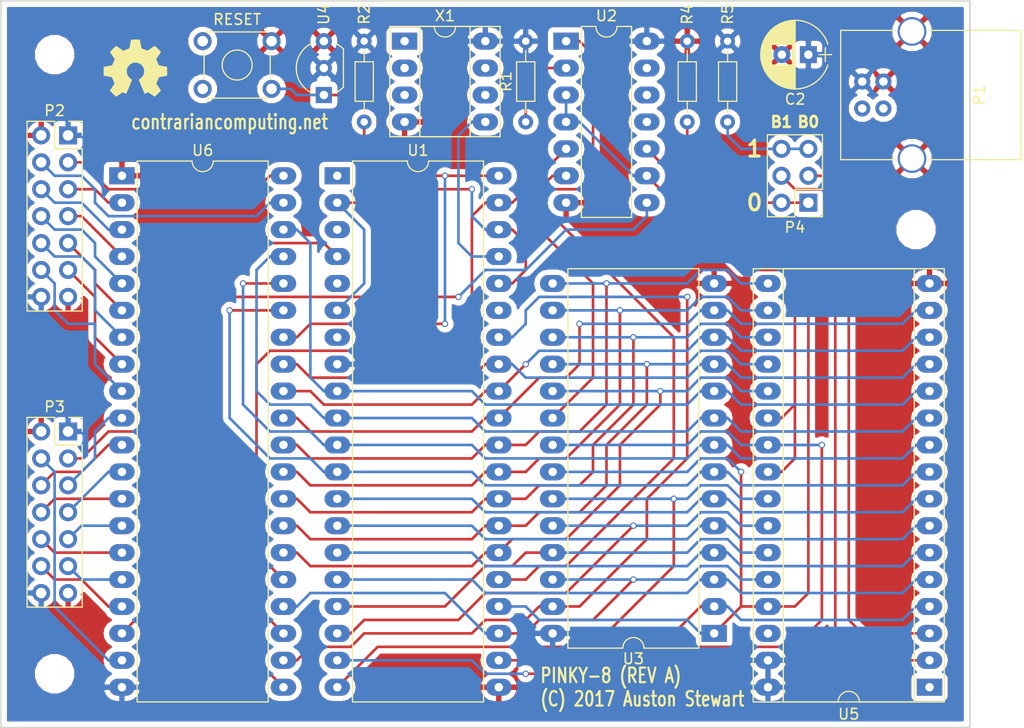
<source format=kicad_pcb>
(kicad_pcb (version 4) (host pcbnew 4.0.6)
  (layers (0 F.Cu signal) (31 B.Cu signal) (34 B.Paste user) (35 F.Paste user) (36 B.SilkS user) (37 F.SilkS user) (38 B.Mask user) (39 F.Mask user) (44 Edge.Cuts user))
  (net 0 "")
  (net 1 VCC)
  (net 2 GND)
  (net 3 "Net-(P1-Pad3)")
  (net 4 "Net-(P1-Pad2)")
  (net 5 /CA1)
  (net 6 /CA2)
  (net 7 /PA0)
  (net 8 /PA1)
  (net 9 /PA2)
  (net 10 /PA3)
  (net 11 /PA4)
  (net 12 /PA5)
  (net 13 /PA6)
  (net 14 /PA7)
  (net 15 /CB1)
  (net 16 /CB2)
  (net 17 /PB0)
  (net 18 /PB1)
  (net 19 /PB2)
  (net 20 /PB3)
  (net 21 /PB4)
  (net 22 /PB5)
  (net 23 /PB6)
  (net 24 /PB7)
  (net 25 "Net-(R1-Pad1)")
  (net 26 "Net-(R2-Pad2)")
  (net 27 /RST)
  (net 28 "Net-(U1-Pad1)")
  (net 29 /A12)
  (net 30 "Net-(U1-Pad3)")
  (net 31 /A13)
  (net 32 /IRQ)
  (net 33 /A14)
  (net 34 "Net-(U1-Pad5)")
  (net 35 /A15)
  (net 36 /D7)
  (net 37 "Net-(U1-Pad7)")
  (net 38 /D6)
  (net 39 /D5)
  (net 40 /A0)
  (net 41 /D4)
  (net 42 /A1)
  (net 43 /D3)
  (net 44 /A2)
  (net 45 /D2)
  (net 46 /A3)
  (net 47 /D1)
  (net 48 /A4)
  (net 49 /D0)
  (net 50 /A5)
  (net 51 /RW)
  (net 52 /A6)
  (net 53 "Net-(U1-Pad35)")
  (net 54 /A7)
  (net 55 /A8)
  (net 56 /CLK)
  (net 57 /A9)
  (net 58 /A10)
  (net 59 /PHI2)
  (net 60 /A11)
  (net 61 /RAMSEL)
  (net 62 /VIASEL)
  (net 63 /ROMSEL)
  (net 64 "Net-(X1-Pad1)")
  (net 65 "Net-(U2-Pad11)")
  (net 66 "Net-(U2-Pad12)")
  (net 67 "Net-(U2-Pad13)")
  (net 68 "Net-(U5-Pad1)")
  (net 69 "Net-(U5-Pad30)")
  (net 70 "Net-(P4-Pad1)")
  (net 71 /RB0)
  (net 72 /RB1)
  (net 73 "Net-(P4-Pad5)")
  (net 74 "Net-(SW1-Pad3)")
  (net 75 "Net-(SW1-Pad1)")
  (module Capacitors_THT:CP_Radial_D6.3mm_P2.50mm (layer F.Cu) (at 181.61 64.77 180)
    (fp_text reference C2 (at 1.25 -4.21 180) (layer F.SilkS))
    (fp_text value 100uF)
    (pad 1 thru_hole rect (at 0 0 180) (size 1.6 1.6) (drill 0.8) (layers *.Cu *.Mask) (net 1 VCC))
    (pad 2 thru_hole circle (at 2.5 0 180) (size 1.6 1.6) (drill 0.8) (layers *.Cu *.Mask) (net 2 GND))
  )
  (module Socket_Strips:Socket_Strip_Straight_2x07_Pitch2.54mm (layer F.Cu) (at 111.76 72.39)
    (fp_text reference P2 (at -1.27 -2.33) (layer F.SilkS))
    (fp_text value "PERIPHERAL A" hide)
    (pad 1 thru_hole rect (at 0 0) (size 1.7 1.7) (drill 1) (layers *.Cu *.Mask) (net 1 VCC))
    (pad 2 thru_hole oval (at -2.54 0) (size 1.7 1.7) (drill 1) (layers *.Cu *.Mask) (net 2 GND))
    (pad 3 thru_hole oval (at 0 2.54) (size 1.7 1.7) (drill 1) (layers *.Cu *.Mask) (net 5 /CA1))
    (pad 4 thru_hole oval (at -2.54 2.54) (size 1.7 1.7) (drill 1) (layers *.Cu *.Mask) (net 6 /CA2))
    (pad 5 thru_hole oval (at 0 5.08) (size 1.7 1.7) (drill 1) (layers *.Cu *.Mask) (net 7 /PA0))
    (pad 6 thru_hole oval (at -2.54 5.08) (size 1.7 1.7) (drill 1) (layers *.Cu *.Mask) (net 8 /PA1))
    (pad 7 thru_hole oval (at 0 7.62) (size 1.7 1.7) (drill 1) (layers *.Cu *.Mask) (net 9 /PA2))
    (pad 8 thru_hole oval (at -2.54 7.62) (size 1.7 1.7) (drill 1) (layers *.Cu *.Mask) (net 10 /PA3))
    (pad 9 thru_hole oval (at 0 10.16) (size 1.7 1.7) (drill 1) (layers *.Cu *.Mask) (net 11 /PA4))
    (pad 10 thru_hole oval (at -2.54 10.16) (size 1.7 1.7) (drill 1) (layers *.Cu *.Mask) (net 12 /PA5))
    (pad 11 thru_hole oval (at 0 12.7) (size 1.7 1.7) (drill 1) (layers *.Cu *.Mask) (net 13 /PA6))
    (pad 12 thru_hole oval (at -2.54 12.7) (size 1.7 1.7) (drill 1) (layers *.Cu *.Mask) (net 14 /PA7))
    (pad 13 thru_hole oval (at 0 15.24) (size 1.7 1.7) (drill 1) (layers *.Cu *.Mask) (net 2 GND))
    (pad 14 thru_hole oval (at -2.54 15.24) (size 1.7 1.7) (drill 1) (layers *.Cu *.Mask) (net 1 VCC))
  )
  (module Socket_Strips:Socket_Strip_Straight_2x07_Pitch2.54mm (layer F.Cu) (at 111.76 100.33)
    (fp_text reference P3 (at -1.27 -2.33) (layer F.SilkS))
    (fp_text value "PERIPHERAL B" hide)
    (pad 1 thru_hole rect (at 0 0) (size 1.7 1.7) (drill 1) (layers *.Cu *.Mask) (net 1 VCC))
    (pad 2 thru_hole oval (at -2.54 0) (size 1.7 1.7) (drill 1) (layers *.Cu *.Mask) (net 2 GND))
    (pad 3 thru_hole oval (at 0 2.54) (size 1.7 1.7) (drill 1) (layers *.Cu *.Mask) (net 15 /CB1))
    (pad 4 thru_hole oval (at -2.54 2.54) (size 1.7 1.7) (drill 1) (layers *.Cu *.Mask) (net 16 /CB2))
    (pad 5 thru_hole oval (at 0 5.08) (size 1.7 1.7) (drill 1) (layers *.Cu *.Mask) (net 17 /PB0))
    (pad 6 thru_hole oval (at -2.54 5.08) (size 1.7 1.7) (drill 1) (layers *.Cu *.Mask) (net 18 /PB1))
    (pad 7 thru_hole oval (at 0 7.62) (size 1.7 1.7) (drill 1) (layers *.Cu *.Mask) (net 19 /PB2))
    (pad 8 thru_hole oval (at -2.54 7.62) (size 1.7 1.7) (drill 1) (layers *.Cu *.Mask) (net 20 /PB3))
    (pad 9 thru_hole oval (at 0 10.16) (size 1.7 1.7) (drill 1) (layers *.Cu *.Mask) (net 21 /PB4))
    (pad 10 thru_hole oval (at -2.54 10.16) (size 1.7 1.7) (drill 1) (layers *.Cu *.Mask) (net 22 /PB5))
    (pad 11 thru_hole oval (at 0 12.7) (size 1.7 1.7) (drill 1) (layers *.Cu *.Mask) (net 23 /PB6))
    (pad 12 thru_hole oval (at -2.54 12.7) (size 1.7 1.7) (drill 1) (layers *.Cu *.Mask) (net 24 /PB7))
    (pad 13 thru_hole oval (at 0 15.24) (size 1.7 1.7) (drill 1) (layers *.Cu *.Mask) (net 2 GND))
    (pad 14 thru_hole oval (at -2.54 15.24) (size 1.7 1.7) (drill 1) (layers *.Cu *.Mask) (net 1 VCC))
  )
  (module Housings_DIP:DIP-32_W15.24mm_Socket_LongPads (layer F.Cu) (at 193.04 124.46 180)
    (fp_text reference U5 (at 7.62 -2.54 180) (layer F.SilkS))
    (fp_text value GLS29EE010)
    (pad 1 thru_hole rect (at 0 0 180) (size 2.4 1.6) (drill 0.8) (layers *.Cu *.Mask) (net 68 "Net-(U5-Pad1)"))
    (pad 17 thru_hole oval (at 15.24 38.1 180) (size 2.4 1.6) (drill 0.8) (layers *.Cu *.Mask) (net 43 /D3))
    (pad 2 thru_hole oval (at 0 2.54 180) (size 2.4 1.6) (drill 0.8) (layers *.Cu *.Mask) (net 72 /RB1))
    (pad 18 thru_hole oval (at 15.24 35.56 180) (size 2.4 1.6) (drill 0.8) (layers *.Cu *.Mask) (net 41 /D4))
    (pad 3 thru_hole oval (at 0 5.08 180) (size 2.4 1.6) (drill 0.8) (layers *.Cu *.Mask) (net 71 /RB0))
    (pad 19 thru_hole oval (at 15.24 33.02 180) (size 2.4 1.6) (drill 0.8) (layers *.Cu *.Mask) (net 39 /D5))
    (pad 4 thru_hole oval (at 0 7.62 180) (size 2.4 1.6) (drill 0.8) (layers *.Cu *.Mask) (net 29 /A12))
    (pad 20 thru_hole oval (at 15.24 30.48 180) (size 2.4 1.6) (drill 0.8) (layers *.Cu *.Mask) (net 38 /D6))
    (pad 5 thru_hole oval (at 0 10.16 180) (size 2.4 1.6) (drill 0.8) (layers *.Cu *.Mask) (net 54 /A7))
    (pad 21 thru_hole oval (at 15.24 27.94 180) (size 2.4 1.6) (drill 0.8) (layers *.Cu *.Mask) (net 36 /D7))
    (pad 6 thru_hole oval (at 0 12.7 180) (size 2.4 1.6) (drill 0.8) (layers *.Cu *.Mask) (net 52 /A6))
    (pad 22 thru_hole oval (at 15.24 25.4 180) (size 2.4 1.6) (drill 0.8) (layers *.Cu *.Mask) (net 63 /ROMSEL))
    (pad 7 thru_hole oval (at 0 15.24 180) (size 2.4 1.6) (drill 0.8) (layers *.Cu *.Mask) (net 50 /A5))
    (pad 23 thru_hole oval (at 15.24 22.86 180) (size 2.4 1.6) (drill 0.8) (layers *.Cu *.Mask) (net 58 /A10))
    (pad 8 thru_hole oval (at 0 17.78 180) (size 2.4 1.6) (drill 0.8) (layers *.Cu *.Mask) (net 48 /A4))
    (pad 24 thru_hole oval (at 15.24 20.32 180) (size 2.4 1.6) (drill 0.8) (layers *.Cu *.Mask) (net 63 /ROMSEL))
    (pad 9 thru_hole oval (at 0 20.32 180) (size 2.4 1.6) (drill 0.8) (layers *.Cu *.Mask) (net 46 /A3))
    (pad 25 thru_hole oval (at 15.24 17.78 180) (size 2.4 1.6) (drill 0.8) (layers *.Cu *.Mask) (net 60 /A11))
    (pad 10 thru_hole oval (at 0 22.86 180) (size 2.4 1.6) (drill 0.8) (layers *.Cu *.Mask) (net 44 /A2))
    (pad 26 thru_hole oval (at 15.24 15.24 180) (size 2.4 1.6) (drill 0.8) (layers *.Cu *.Mask) (net 57 /A9))
    (pad 11 thru_hole oval (at 0 25.4 180) (size 2.4 1.6) (drill 0.8) (layers *.Cu *.Mask) (net 42 /A1))
    (pad 27 thru_hole oval (at 15.24 12.7 180) (size 2.4 1.6) (drill 0.8) (layers *.Cu *.Mask) (net 55 /A8))
    (pad 12 thru_hole oval (at 0 27.94 180) (size 2.4 1.6) (drill 0.8) (layers *.Cu *.Mask) (net 40 /A0))
    (pad 28 thru_hole oval (at 15.24 10.16 180) (size 2.4 1.6) (drill 0.8) (layers *.Cu *.Mask) (net 31 /A13))
    (pad 13 thru_hole oval (at 0 30.48 180) (size 2.4 1.6) (drill 0.8) (layers *.Cu *.Mask) (net 49 /D0))
    (pad 29 thru_hole oval (at 15.24 7.62 180) (size 2.4 1.6) (drill 0.8) (layers *.Cu *.Mask) (net 33 /A14))
    (pad 14 thru_hole oval (at 0 33.02 180) (size 2.4 1.6) (drill 0.8) (layers *.Cu *.Mask) (net 47 /D1))
    (pad 30 thru_hole oval (at 15.24 5.08 180) (size 2.4 1.6) (drill 0.8) (layers *.Cu *.Mask) (net 69 "Net-(U5-Pad30)"))
    (pad 15 thru_hole oval (at 0 35.56 180) (size 2.4 1.6) (drill 0.8) (layers *.Cu *.Mask) (net 45 /D2))
    (pad 31 thru_hole oval (at 15.24 2.54 180) (size 2.4 1.6) (drill 0.8) (layers *.Cu *.Mask) (net 1 VCC))
    (pad 16 thru_hole oval (at 0 38.1 180) (size 2.4 1.6) (drill 0.8) (layers *.Cu *.Mask) (net 2 GND))
    (pad 32 thru_hole oval (at 15.24 0 180) (size 2.4 1.6) (drill 0.8) (layers *.Cu *.Mask) (net 1 VCC))
  )
  (module Housings_DIP:DIP-8_W7.62mm_Socket_LongPads (layer F.Cu) (at 143.51 63.5)
    (fp_text reference X1 (at 3.81 -2.39) (layer F.SilkS))
    (fp_text value MXO45)
    (pad 1 thru_hole rect (at 0 0) (size 2.4 1.6) (drill 0.8) (layers *.Cu *.Mask) (net 64 "Net-(X1-Pad1)"))
    (pad 5 thru_hole oval (at 7.62 7.62) (size 2.4 1.6) (drill 0.8) (layers *.Cu *.Mask) (net 56 /CLK))
    (pad 2 thru_hole oval (at 0 2.54) (size 2.4 1.6) (drill 0.8) (layers *.Cu *.Mask))
    (pad 6 thru_hole oval (at 7.62 5.08) (size 2.4 1.6) (drill 0.8) (layers *.Cu *.Mask))
    (pad 3 thru_hole oval (at 0 5.08) (size 2.4 1.6) (drill 0.8) (layers *.Cu *.Mask))
    (pad 7 thru_hole oval (at 7.62 2.54) (size 2.4 1.6) (drill 0.8) (layers *.Cu *.Mask))
    (pad 4 thru_hole oval (at 0 7.62) (size 2.4 1.6) (drill 0.8) (layers *.Cu *.Mask) (net 2 GND))
    (pad 8 thru_hole oval (at 7.62 0) (size 2.4 1.6) (drill 0.8) (layers *.Cu *.Mask) (net 1 VCC))
  )
  (module Pin_Headers:Pin_Header_Straight_2x03_Pitch2.54mm (layer F.Cu) (at 181.61 78.74 180)
    (fp_text reference P4 (at 1.27 -2.33 180) (layer F.SilkS))
    (fp_text value "2x3 HEADER" hide)
    (pad 1 thru_hole rect (at 0 0 180) (size 1.7 1.7) (drill 1) (layers *.Cu *.Mask) (net 70 "Net-(P4-Pad1)"))
    (pad 2 thru_hole oval (at 2.54 0 180) (size 1.7 1.7) (drill 1) (layers *.Cu *.Mask) (net 70 "Net-(P4-Pad1)"))
    (pad 3 thru_hole oval (at 0 2.54 180) (size 1.7 1.7) (drill 1) (layers *.Cu *.Mask) (net 71 /RB0))
    (pad 4 thru_hole oval (at 2.54 2.54 180) (size 1.7 1.7) (drill 1) (layers *.Cu *.Mask) (net 72 /RB1))
    (pad 5 thru_hole oval (at 0 5.08 180) (size 1.7 1.7) (drill 1) (layers *.Cu *.Mask) (net 73 "Net-(P4-Pad5)"))
    (pad 6 thru_hole oval (at 2.54 5.08 180) (size 1.7 1.7) (drill 1) (layers *.Cu *.Mask) (net 73 "Net-(P4-Pad5)"))
  )
  (module OSHW-logo:OSHW-logo_silkscreen-front_6mm (layer F.Cu) (at 118.11 66.04)
    (fp_text reference G*** hide)
    (fp_text value OSHW-logo_silkscreen-front_6mm hide)
  )
  (module Housings_DIP:DIP-40_W15.24mm_LongPads (layer F.Cu) (at 137.16 76.2)
    (fp_text reference U1 (at 7.62 -2.39) (layer F.SilkS))
    (fp_text value W65C02S)
    (pad 1 thru_hole rect (at 0 0) (size 2.4 1.6) (drill 0.8) (layers *.Cu *.Mask) (net 28 "Net-(U1-Pad1)"))
    (pad 21 thru_hole oval (at 15.24 48.26) (size 2.4 1.6) (drill 0.8) (layers *.Cu *.Mask) (net 2 GND))
    (pad 2 thru_hole oval (at 0 2.54) (size 2.4 1.6) (drill 0.8) (layers *.Cu *.Mask) (net 26 "Net-(R2-Pad2)"))
    (pad 22 thru_hole oval (at 15.24 45.72) (size 2.4 1.6) (drill 0.8) (layers *.Cu *.Mask) (net 29 /A12))
    (pad 3 thru_hole oval (at 0 5.08) (size 2.4 1.6) (drill 0.8) (layers *.Cu *.Mask) (net 30 "Net-(U1-Pad3)"))
    (pad 23 thru_hole oval (at 15.24 43.18) (size 2.4 1.6) (drill 0.8) (layers *.Cu *.Mask) (net 31 /A13))
    (pad 4 thru_hole oval (at 0 7.62) (size 2.4 1.6) (drill 0.8) (layers *.Cu *.Mask) (net 32 /IRQ))
    (pad 24 thru_hole oval (at 15.24 40.64) (size 2.4 1.6) (drill 0.8) (layers *.Cu *.Mask) (net 33 /A14))
    (pad 5 thru_hole oval (at 0 10.16) (size 2.4 1.6) (drill 0.8) (layers *.Cu *.Mask) (net 34 "Net-(U1-Pad5)"))
    (pad 25 thru_hole oval (at 15.24 38.1) (size 2.4 1.6) (drill 0.8) (layers *.Cu *.Mask) (net 35 /A15))
    (pad 6 thru_hole oval (at 0 12.7) (size 2.4 1.6) (drill 0.8) (layers *.Cu *.Mask) (net 26 "Net-(R2-Pad2)"))
    (pad 26 thru_hole oval (at 15.24 35.56) (size 2.4 1.6) (drill 0.8) (layers *.Cu *.Mask) (net 36 /D7))
    (pad 7 thru_hole oval (at 0 15.24) (size 2.4 1.6) (drill 0.8) (layers *.Cu *.Mask) (net 37 "Net-(U1-Pad7)"))
    (pad 27 thru_hole oval (at 15.24 33.02) (size 2.4 1.6) (drill 0.8) (layers *.Cu *.Mask) (net 38 /D6))
    (pad 8 thru_hole oval (at 0 17.78) (size 2.4 1.6) (drill 0.8) (layers *.Cu *.Mask) (net 1 VCC))
    (pad 28 thru_hole oval (at 15.24 30.48) (size 2.4 1.6) (drill 0.8) (layers *.Cu *.Mask) (net 39 /D5))
    (pad 9 thru_hole oval (at 0 20.32) (size 2.4 1.6) (drill 0.8) (layers *.Cu *.Mask) (net 40 /A0))
    (pad 29 thru_hole oval (at 15.24 27.94) (size 2.4 1.6) (drill 0.8) (layers *.Cu *.Mask) (net 41 /D4))
    (pad 10 thru_hole oval (at 0 22.86) (size 2.4 1.6) (drill 0.8) (layers *.Cu *.Mask) (net 42 /A1))
    (pad 30 thru_hole oval (at 15.24 25.4) (size 2.4 1.6) (drill 0.8) (layers *.Cu *.Mask) (net 43 /D3))
    (pad 11 thru_hole oval (at 0 25.4) (size 2.4 1.6) (drill 0.8) (layers *.Cu *.Mask) (net 44 /A2))
    (pad 31 thru_hole oval (at 15.24 22.86) (size 2.4 1.6) (drill 0.8) (layers *.Cu *.Mask) (net 45 /D2))
    (pad 12 thru_hole oval (at 0 27.94) (size 2.4 1.6) (drill 0.8) (layers *.Cu *.Mask) (net 46 /A3))
    (pad 32 thru_hole oval (at 15.24 20.32) (size 2.4 1.6) (drill 0.8) (layers *.Cu *.Mask) (net 47 /D1))
    (pad 13 thru_hole oval (at 0 30.48) (size 2.4 1.6) (drill 0.8) (layers *.Cu *.Mask) (net 48 /A4))
    (pad 33 thru_hole oval (at 15.24 17.78) (size 2.4 1.6) (drill 0.8) (layers *.Cu *.Mask) (net 49 /D0))
    (pad 14 thru_hole oval (at 0 33.02) (size 2.4 1.6) (drill 0.8) (layers *.Cu *.Mask) (net 50 /A5))
    (pad 34 thru_hole oval (at 15.24 15.24) (size 2.4 1.6) (drill 0.8) (layers *.Cu *.Mask) (net 51 /RW))
    (pad 15 thru_hole oval (at 0 35.56) (size 2.4 1.6) (drill 0.8) (layers *.Cu *.Mask) (net 52 /A6))
    (pad 35 thru_hole oval (at 15.24 12.7) (size 2.4 1.6) (drill 0.8) (layers *.Cu *.Mask) (net 53 "Net-(U1-Pad35)"))
    (pad 16 thru_hole oval (at 0 38.1) (size 2.4 1.6) (drill 0.8) (layers *.Cu *.Mask) (net 54 /A7))
    (pad 36 thru_hole oval (at 15.24 10.16) (size 2.4 1.6) (drill 0.8) (layers *.Cu *.Mask) (net 26 "Net-(R2-Pad2)"))
    (pad 17 thru_hole oval (at 0 40.64) (size 2.4 1.6) (drill 0.8) (layers *.Cu *.Mask) (net 55 /A8))
    (pad 37 thru_hole oval (at 15.24 7.62) (size 2.4 1.6) (drill 0.8) (layers *.Cu *.Mask) (net 56 /CLK))
    (pad 18 thru_hole oval (at 0 43.18) (size 2.4 1.6) (drill 0.8) (layers *.Cu *.Mask) (net 57 /A9))
    (pad 38 thru_hole oval (at 15.24 5.08) (size 2.4 1.6) (drill 0.8) (layers *.Cu *.Mask) (net 26 "Net-(R2-Pad2)"))
    (pad 19 thru_hole oval (at 0 45.72) (size 2.4 1.6) (drill 0.8) (layers *.Cu *.Mask) (net 58 /A10))
    (pad 39 thru_hole oval (at 15.24 2.54) (size 2.4 1.6) (drill 0.8) (layers *.Cu *.Mask) (net 59 /PHI2))
    (pad 20 thru_hole oval (at 0 48.26) (size 2.4 1.6) (drill 0.8) (layers *.Cu *.Mask) (net 60 /A11))
    (pad 40 thru_hole oval (at 15.24 0) (size 2.4 1.6) (drill 0.8) (layers *.Cu *.Mask) (net 27 /RST))
  )
  (module Housings_DIP:DIP-14_W7.62mm_LongPads (layer F.Cu) (at 158.75 63.5)
    (fp_text reference U2 (at 3.81 -2.39) (layer F.SilkS))
    (fp_text value 74AC00)
    (pad 1 thru_hole rect (at 0 0) (size 2.4 1.6) (drill 0.8) (layers *.Cu *.Mask) (net 35 /A15))
    (pad 8 thru_hole oval (at 7.62 15.24) (size 2.4 1.6) (drill 0.8) (layers *.Cu *.Mask) (net 62 /VIASEL))
    (pad 2 thru_hole oval (at 0 2.54) (size 2.4 1.6) (drill 0.8) (layers *.Cu *.Mask) (net 25 "Net-(R1-Pad1)"))
    (pad 9 thru_hole oval (at 7.62 12.7) (size 2.4 1.6) (drill 0.8) (layers *.Cu *.Mask) (net 63 /ROMSEL))
    (pad 3 thru_hole oval (at 0 5.08) (size 2.4 1.6) (drill 0.8) (layers *.Cu *.Mask) (net 63 /ROMSEL))
    (pad 10 thru_hole oval (at 7.62 10.16) (size 2.4 1.6) (drill 0.8) (layers *.Cu *.Mask) (net 33 /A14))
    (pad 4 thru_hole oval (at 0 7.62) (size 2.4 1.6) (drill 0.8) (layers *.Cu *.Mask) (net 63 /ROMSEL))
    (pad 11 thru_hole oval (at 7.62 7.62) (size 2.4 1.6) (drill 0.8) (layers *.Cu *.Mask) (net 65 "Net-(U2-Pad11)"))
    (pad 5 thru_hole oval (at 0 10.16) (size 2.4 1.6) (drill 0.8) (layers *.Cu *.Mask) (net 59 /PHI2))
    (pad 12 thru_hole oval (at 7.62 5.08) (size 2.4 1.6) (drill 0.8) (layers *.Cu *.Mask) (net 66 "Net-(U2-Pad12)"))
    (pad 6 thru_hole oval (at 0 12.7) (size 2.4 1.6) (drill 0.8) (layers *.Cu *.Mask) (net 61 /RAMSEL))
    (pad 13 thru_hole oval (at 7.62 2.54) (size 2.4 1.6) (drill 0.8) (layers *.Cu *.Mask) (net 67 "Net-(U2-Pad13)"))
    (pad 7 thru_hole oval (at 0 15.24) (size 2.4 1.6) (drill 0.8) (layers *.Cu *.Mask) (net 2 GND))
    (pad 14 thru_hole oval (at 7.62 0) (size 2.4 1.6) (drill 0.8) (layers *.Cu *.Mask) (net 1 VCC))
  )
  (module Housings_DIP:DIP-28_W15.24mm_LongPads (layer F.Cu) (at 172.72 119.38 180)
    (fp_text reference U3 (at 7.62 -2.39 180) (layer F.SilkS))
    (fp_text value AS6C62256)
    (pad 1 thru_hole rect (at 0 0 180) (size 2.4 1.6) (drill 0.8) (layers *.Cu *.Mask) (net 33 /A14))
    (pad 15 thru_hole oval (at 15.24 33.02 180) (size 2.4 1.6) (drill 0.8) (layers *.Cu *.Mask) (net 43 /D3))
    (pad 2 thru_hole oval (at 0 2.54 180) (size 2.4 1.6) (drill 0.8) (layers *.Cu *.Mask) (net 29 /A12))
    (pad 16 thru_hole oval (at 15.24 30.48 180) (size 2.4 1.6) (drill 0.8) (layers *.Cu *.Mask) (net 41 /D4))
    (pad 3 thru_hole oval (at 0 5.08 180) (size 2.4 1.6) (drill 0.8) (layers *.Cu *.Mask) (net 54 /A7))
    (pad 17 thru_hole oval (at 15.24 27.94 180) (size 2.4 1.6) (drill 0.8) (layers *.Cu *.Mask) (net 39 /D5))
    (pad 4 thru_hole oval (at 0 7.62 180) (size 2.4 1.6) (drill 0.8) (layers *.Cu *.Mask) (net 52 /A6))
    (pad 18 thru_hole oval (at 15.24 25.4 180) (size 2.4 1.6) (drill 0.8) (layers *.Cu *.Mask) (net 38 /D6))
    (pad 5 thru_hole oval (at 0 10.16 180) (size 2.4 1.6) (drill 0.8) (layers *.Cu *.Mask) (net 50 /A5))
    (pad 19 thru_hole oval (at 15.24 22.86 180) (size 2.4 1.6) (drill 0.8) (layers *.Cu *.Mask) (net 36 /D7))
    (pad 6 thru_hole oval (at 0 12.7 180) (size 2.4 1.6) (drill 0.8) (layers *.Cu *.Mask) (net 48 /A4))
    (pad 20 thru_hole oval (at 15.24 20.32 180) (size 2.4 1.6) (drill 0.8) (layers *.Cu *.Mask) (net 61 /RAMSEL))
    (pad 7 thru_hole oval (at 0 15.24 180) (size 2.4 1.6) (drill 0.8) (layers *.Cu *.Mask) (net 46 /A3))
    (pad 21 thru_hole oval (at 15.24 17.78 180) (size 2.4 1.6) (drill 0.8) (layers *.Cu *.Mask) (net 58 /A10))
    (pad 8 thru_hole oval (at 0 17.78 180) (size 2.4 1.6) (drill 0.8) (layers *.Cu *.Mask) (net 44 /A2))
    (pad 22 thru_hole oval (at 15.24 15.24 180) (size 2.4 1.6) (drill 0.8) (layers *.Cu *.Mask) (net 33 /A14))
    (pad 9 thru_hole oval (at 0 20.32 180) (size 2.4 1.6) (drill 0.8) (layers *.Cu *.Mask) (net 42 /A1))
    (pad 23 thru_hole oval (at 15.24 12.7 180) (size 2.4 1.6) (drill 0.8) (layers *.Cu *.Mask) (net 60 /A11))
    (pad 10 thru_hole oval (at 0 22.86 180) (size 2.4 1.6) (drill 0.8) (layers *.Cu *.Mask) (net 40 /A0))
    (pad 24 thru_hole oval (at 15.24 10.16 180) (size 2.4 1.6) (drill 0.8) (layers *.Cu *.Mask) (net 57 /A9))
    (pad 11 thru_hole oval (at 0 25.4 180) (size 2.4 1.6) (drill 0.8) (layers *.Cu *.Mask) (net 49 /D0))
    (pad 25 thru_hole oval (at 15.24 7.62 180) (size 2.4 1.6) (drill 0.8) (layers *.Cu *.Mask) (net 55 /A8))
    (pad 12 thru_hole oval (at 0 27.94 180) (size 2.4 1.6) (drill 0.8) (layers *.Cu *.Mask) (net 47 /D1))
    (pad 26 thru_hole oval (at 15.24 5.08 180) (size 2.4 1.6) (drill 0.8) (layers *.Cu *.Mask) (net 31 /A13))
    (pad 13 thru_hole oval (at 0 30.48 180) (size 2.4 1.6) (drill 0.8) (layers *.Cu *.Mask) (net 45 /D2))
    (pad 27 thru_hole oval (at 15.24 2.54 180) (size 2.4 1.6) (drill 0.8) (layers *.Cu *.Mask) (net 51 /RW))
    (pad 14 thru_hole oval (at 0 33.02 180) (size 2.4 1.6) (drill 0.8) (layers *.Cu *.Mask) (net 2 GND))
    (pad 28 thru_hole oval (at 15.24 0 180) (size 2.4 1.6) (drill 0.8) (layers *.Cu *.Mask) (net 1 VCC))
  )
  (module Housings_DIP:DIP-40_W15.24mm_LongPads (layer F.Cu) (at 116.84 76.2)
    (fp_text reference U6 (at 7.62 -2.39) (layer F.SilkS))
    (fp_text value W65C22S)
    (pad 1 thru_hole rect (at 0 0) (size 2.4 1.6) (drill 0.8) (layers *.Cu *.Mask) (net 2 GND))
    (pad 21 thru_hole oval (at 15.24 48.26) (size 2.4 1.6) (drill 0.8) (layers *.Cu *.Mask) (net 32 /IRQ))
    (pad 2 thru_hole oval (at 0 2.54) (size 2.4 1.6) (drill 0.8) (layers *.Cu *.Mask) (net 7 /PA0))
    (pad 22 thru_hole oval (at 15.24 45.72) (size 2.4 1.6) (drill 0.8) (layers *.Cu *.Mask) (net 51 /RW))
    (pad 3 thru_hole oval (at 0 5.08) (size 2.4 1.6) (drill 0.8) (layers *.Cu *.Mask) (net 8 /PA1))
    (pad 23 thru_hole oval (at 15.24 43.18) (size 2.4 1.6) (drill 0.8) (layers *.Cu *.Mask) (net 62 /VIASEL))
    (pad 4 thru_hole oval (at 0 7.62) (size 2.4 1.6) (drill 0.8) (layers *.Cu *.Mask) (net 9 /PA2))
    (pad 24 thru_hole oval (at 15.24 40.64) (size 2.4 1.6) (drill 0.8) (layers *.Cu *.Mask) (net 31 /A13))
    (pad 5 thru_hole oval (at 0 10.16) (size 2.4 1.6) (drill 0.8) (layers *.Cu *.Mask) (net 10 /PA3))
    (pad 25 thru_hole oval (at 15.24 38.1) (size 2.4 1.6) (drill 0.8) (layers *.Cu *.Mask) (net 59 /PHI2))
    (pad 6 thru_hole oval (at 0 12.7) (size 2.4 1.6) (drill 0.8) (layers *.Cu *.Mask) (net 11 /PA4))
    (pad 26 thru_hole oval (at 15.24 35.56) (size 2.4 1.6) (drill 0.8) (layers *.Cu *.Mask) (net 36 /D7))
    (pad 7 thru_hole oval (at 0 15.24) (size 2.4 1.6) (drill 0.8) (layers *.Cu *.Mask) (net 12 /PA5))
    (pad 27 thru_hole oval (at 15.24 33.02) (size 2.4 1.6) (drill 0.8) (layers *.Cu *.Mask) (net 38 /D6))
    (pad 8 thru_hole oval (at 0 17.78) (size 2.4 1.6) (drill 0.8) (layers *.Cu *.Mask) (net 13 /PA6))
    (pad 28 thru_hole oval (at 15.24 30.48) (size 2.4 1.6) (drill 0.8) (layers *.Cu *.Mask) (net 39 /D5))
    (pad 9 thru_hole oval (at 0 20.32) (size 2.4 1.6) (drill 0.8) (layers *.Cu *.Mask) (net 14 /PA7))
    (pad 29 thru_hole oval (at 15.24 27.94) (size 2.4 1.6) (drill 0.8) (layers *.Cu *.Mask) (net 41 /D4))
    (pad 10 thru_hole oval (at 0 22.86) (size 2.4 1.6) (drill 0.8) (layers *.Cu *.Mask) (net 17 /PB0))
    (pad 30 thru_hole oval (at 15.24 25.4) (size 2.4 1.6) (drill 0.8) (layers *.Cu *.Mask) (net 43 /D3))
    (pad 11 thru_hole oval (at 0 25.4) (size 2.4 1.6) (drill 0.8) (layers *.Cu *.Mask) (net 18 /PB1))
    (pad 31 thru_hole oval (at 15.24 22.86) (size 2.4 1.6) (drill 0.8) (layers *.Cu *.Mask) (net 45 /D2))
    (pad 12 thru_hole oval (at 0 27.94) (size 2.4 1.6) (drill 0.8) (layers *.Cu *.Mask) (net 19 /PB2))
    (pad 32 thru_hole oval (at 15.24 20.32) (size 2.4 1.6) (drill 0.8) (layers *.Cu *.Mask) (net 47 /D1))
    (pad 13 thru_hole oval (at 0 30.48) (size 2.4 1.6) (drill 0.8) (layers *.Cu *.Mask) (net 20 /PB3))
    (pad 33 thru_hole oval (at 15.24 17.78) (size 2.4 1.6) (drill 0.8) (layers *.Cu *.Mask) (net 49 /D0))
    (pad 14 thru_hole oval (at 0 33.02) (size 2.4 1.6) (drill 0.8) (layers *.Cu *.Mask) (net 21 /PB4))
    (pad 34 thru_hole oval (at 15.24 15.24) (size 2.4 1.6) (drill 0.8) (layers *.Cu *.Mask) (net 27 /RST))
    (pad 15 thru_hole oval (at 0 35.56) (size 2.4 1.6) (drill 0.8) (layers *.Cu *.Mask) (net 22 /PB5))
    (pad 35 thru_hole oval (at 15.24 12.7) (size 2.4 1.6) (drill 0.8) (layers *.Cu *.Mask) (net 46 /A3))
    (pad 16 thru_hole oval (at 0 38.1) (size 2.4 1.6) (drill 0.8) (layers *.Cu *.Mask) (net 23 /PB6))
    (pad 36 thru_hole oval (at 15.24 10.16) (size 2.4 1.6) (drill 0.8) (layers *.Cu *.Mask) (net 44 /A2))
    (pad 17 thru_hole oval (at 0 40.64) (size 2.4 1.6) (drill 0.8) (layers *.Cu *.Mask) (net 24 /PB7))
    (pad 37 thru_hole oval (at 15.24 7.62) (size 2.4 1.6) (drill 0.8) (layers *.Cu *.Mask) (net 42 /A1))
    (pad 18 thru_hole oval (at 0 43.18) (size 2.4 1.6) (drill 0.8) (layers *.Cu *.Mask) (net 15 /CB1))
    (pad 38 thru_hole oval (at 15.24 5.08) (size 2.4 1.6) (drill 0.8) (layers *.Cu *.Mask) (net 40 /A0))
    (pad 19 thru_hole oval (at 0 45.72) (size 2.4 1.6) (drill 0.8) (layers *.Cu *.Mask) (net 16 /CB2))
    (pad 39 thru_hole oval (at 15.24 2.54) (size 2.4 1.6) (drill 0.8) (layers *.Cu *.Mask) (net 6 /CA2))
    (pad 20 thru_hole oval (at 0 48.26) (size 2.4 1.6) (drill 0.8) (layers *.Cu *.Mask) (net 1 VCC))
    (pad 40 thru_hole oval (at 15.24 0) (size 2.4 1.6) (drill 0.8) (layers *.Cu *.Mask) (net 5 /CA1))
  )
  (module Mounting_Holes:MountingHole_2.7mm_M2.5 (layer F.Cu) (at 110.49 123.19)
    (fp_text reference REF** hide)
    (fp_text value MountingHole_2.7mm_M2.5 hide)
    (pad 1 np_thru_hole circle (at 0 0) (size 2.7 2.7) (drill 2.7) (layers *.Cu *.Mask))
  )
  (module Mounting_Holes:MountingHole_2.7mm_M2.5 (layer F.Cu) (at 191.77 81.28)
    (fp_text reference REF** hide)
    (fp_text value MountingHole_2.7mm_M2.5 hide)
    (pad 1 np_thru_hole circle (at 0 0) (size 2.7 2.7) (drill 2.7) (layers *.Cu *.Mask))
  )
  (module Mounting_Holes:MountingHole_2.7mm_M2.5 (layer F.Cu) (at 110.49 64.77)
    (fp_text reference REF** hide)
    (fp_text value MountingHole_2.7mm_M2.5 hide)
    (pad 1 np_thru_hole circle (at 0 0) (size 2.7 2.7) (drill 2.7) (layers *.Cu *.Mask))
  )
  (module Connectors:USB_B (layer F.Cu) (at 186.69 67.31)
    (fp_text reference P1 (at 11.05 1.27 90) (layer F.SilkS))
    (fp_text value USB_B)
    (pad 2 thru_hole circle (at 0 2.54 270) (size 1.52 1.52) (drill 0.81) (layers *.Cu *.Mask) (net 4 "Net-(P1-Pad2)"))
    (pad 1 thru_hole circle (at 0 0 270) (size 1.52 1.52) (drill 0.81) (layers *.Cu *.Mask) (net 1 VCC))
    (pad 4 thru_hole circle (at 2 0 270) (size 1.52 1.52) (drill 0.81) (layers *.Cu *.Mask) (net 2 GND))
    (pad 3 thru_hole circle (at 2 2.54 270) (size 1.52 1.52) (drill 0.81) (layers *.Cu *.Mask) (net 3 "Net-(P1-Pad3)"))
    (pad 5 thru_hole circle (at 4.7 7.27 270) (size 2.7 2.7) (drill 2.3) (layers *.Cu *.Mask) (net 2 GND))
    (pad 5 thru_hole circle (at 4.7 -4.73 270) (size 2.7 2.7) (drill 2.3) (layers *.Cu *.Mask) (net 2 GND))
  )
  (module Resistors_THT:R_Axial_DIN0204_L3.6mm_D1.6mm_P7.62mm_Horizontal (layer F.Cu) (at 154.94 71.12 90)
    (fp_text reference R1 (at 3.81 -1.86 90) (layer F.SilkS))
    (fp_text value 3.3K)
    (pad 1 thru_hole circle (at 0 0 90) (size 1.4 1.4) (drill 0.7) (layers *.Cu *.Mask) (net 25 "Net-(R1-Pad1)"))
    (pad 2 thru_hole oval (at 7.62 0 90) (size 1.4 1.4) (drill 0.7) (layers *.Cu *.Mask) (net 1 VCC))
  )
  (module Resistors_THT:R_Axial_DIN0204_L3.6mm_D1.6mm_P7.62mm_Horizontal (layer F.Cu) (at 139.7 63.5 270)
    (fp_text reference R2 (at -2.54 0 270) (layer F.SilkS))
    (fp_text value 3.3K)
    (pad 1 thru_hole circle (at 0 0 270) (size 1.4 1.4) (drill 0.7) (layers *.Cu *.Mask) (net 1 VCC))
    (pad 2 thru_hole oval (at 7.62 0 270) (size 1.4 1.4) (drill 0.7) (layers *.Cu *.Mask) (net 26 "Net-(R2-Pad2)"))
  )
  (module Resistors_THT:R_Axial_DIN0204_L3.6mm_D1.6mm_P7.62mm_Horizontal (layer F.Cu) (at 170.18 71.12 90)
    (fp_text reference R4 (at 10.16 0 90) (layer F.SilkS))
    (fp_text value 3.3K)
    (pad 1 thru_hole circle (at 0 0 90) (size 1.4 1.4) (drill 0.7) (layers *.Cu *.Mask) (net 70 "Net-(P4-Pad1)"))
    (pad 2 thru_hole oval (at 7.62 0 90) (size 1.4 1.4) (drill 0.7) (layers *.Cu *.Mask) (net 2 GND))
  )
  (module Resistors_THT:R_Axial_DIN0204_L3.6mm_D1.6mm_P7.62mm_Horizontal (layer F.Cu) (at 173.99 63.5 270)
    (fp_text reference R5 (at -2.54 0 270) (layer F.SilkS))
    (fp_text value 3.3K)
    (pad 1 thru_hole circle (at 0 0 270) (size 1.4 1.4) (drill 0.7) (layers *.Cu *.Mask) (net 1 VCC))
    (pad 2 thru_hole oval (at 7.62 0 270) (size 1.4 1.4) (drill 0.7) (layers *.Cu *.Mask) (net 73 "Net-(P4-Pad5)"))
  )
  (module Buttons_Switches_THT:SW_TH_Tactile_Omron_B3F-10xx (layer F.Cu) (at 124.46 63.5)
    (fp_text reference RESET (at 3.25 -2.05) (layer F.SilkS))
    (fp_text value SW_Push_Dual)
    (pad 4 thru_hole circle (at 6.5 4.5) (size 1.7 1.7) (drill 1) (layers *.Cu *.Mask) (net 27 /RST))
    (pad 3 thru_hole circle (at 0 4.5) (size 1.7 1.7) (drill 1) (layers *.Cu *.Mask) (net 74 "Net-(SW1-Pad3)"))
    (pad 2 thru_hole circle (at 6.5 0) (size 1.7 1.7) (drill 1) (layers *.Cu *.Mask) (net 2 GND))
    (pad 1 thru_hole circle (at 0 0) (size 1.7 1.7) (drill 1) (layers *.Cu *.Mask) (net 75 "Net-(SW1-Pad1)"))
  )
  (module TO_SOT_Packages_THT:TO-92_Inline_Wide (layer F.Cu) (at 135.89 68.58 90)
    (fp_text reference U4 (at 7.62 0 270) (layer F.SilkS))
    (fp_text value DS1813)
    (pad 2 thru_hole circle (at 2.54 0 180) (size 1.52 1.52) (drill 0.8) (layers *.Cu *.Mask) (net 1 VCC))
    (pad 3 thru_hole circle (at 5.08 0 180) (size 1.52 1.52) (drill 0.8) (layers *.Cu *.Mask) (net 2 GND))
    (pad 1 thru_hole rect (at 0 0 180) (size 1.52 1.52) (drill 0.8) (layers *.Cu *.Mask) (net 27 /RST))
  )
  (gr_text contrariancomputing.net (at 127 71.12) (layer F.SilkS) (effects (font (size 1.3716 1.016) (thickness 0.2032))))
  (gr_text 0 (at 176.53 78.74) (layer F.SilkS) (effects (font (size 1.5 1.5) (thickness 0.3))))
  (gr_text 1 (at 176.53 73.66) (layer F.SilkS) (effects (font (size 1.5 1.5) (thickness 0.3))))
  (gr_text B1 (at 179.07 71.12) (layer F.SilkS) (effects (font (size 1.016 1.016) (thickness 0.254))))
  (gr_text B0 (at 181.61 71.12) (layer F.SilkS) (effects (font (size 1.016 1.016) (thickness 0.254))))
  (gr_text "PINKY-8 (REV A)\n(C) 2017 Auston Stewart" (at 156.21 124.46) (layer F.SilkS) (effects (font (size 1.3716 1.016) (thickness 0.2032)) (justify left)))
  (gr_line (start 105.41 128.27) (end 105.41 59.69) (angle 90) (layer Edge.Cuts) (width 0.15))
  (gr_line (start 196.85 128.27) (end 105.41 128.27) (angle 90) (layer Edge.Cuts) (width 0.15))
  (gr_line (start 196.85 59.69) (end 196.85 128.27) (angle 90) (layer Edge.Cuts) (width 0.15))
  (gr_line (start 105.41 59.69) (end 196.85 59.69) (angle 90) (layer Edge.Cuts) (width 0.15))
  (segment (start 177.8 121.92) (end 177.8 124.46) (width 0.25) (layer B.Cu) (net 1))
  (segment (start 116.84 76.2) (end 116.84 76.12) (width 0.25) (layer F.Cu) (net 2))
  (segment (start 132.08 76.2) (end 130.81 76.2) (width 0.25) (layer F.Cu) (net 5))
  (segment (start 113.03 74.93) (end 111.76 74.93) (width 0.25) (layer F.Cu) (net 5))
  (segment (start 115.57 77.47) (end 113.03 74.93) (width 0.25) (layer F.Cu) (net 5))
  (segment (start 129.54 77.47) (end 115.57 77.47) (width 0.25) (layer F.Cu) (net 5))
  (segment (start 130.81 76.2) (end 129.54 77.47) (width 0.25) (layer F.Cu) (net 5))
  (segment (start 132.08 78.74) (end 130.81 78.74) (width 0.25) (layer B.Cu) (net 6))
  (segment (start 110.49 76.2) (end 109.22 74.93) (width 0.25) (layer B.Cu) (net 6))
  (segment (start 113.03 76.2) (end 110.49 76.2) (width 0.25) (layer B.Cu) (net 6))
  (segment (start 114.3 77.47) (end 113.03 76.2) (width 0.25) (layer B.Cu) (net 6))
  (segment (start 114.3 78.74) (end 114.3 77.47) (width 0.25) (layer B.Cu) (net 6))
  (segment (start 115.57 80.01) (end 114.3 78.74) (width 0.25) (layer B.Cu) (net 6))
  (segment (start 129.54 80.01) (end 115.57 80.01) (width 0.25) (layer B.Cu) (net 6))
  (segment (start 130.81 78.74) (end 129.54 80.01) (width 0.25) (layer B.Cu) (net 6))
  (segment (start 116.84 78.74) (end 115.57 78.74) (width 0.25) (layer F.Cu) (net 7))
  (segment (start 114.3 77.47) (end 111.76 77.47) (width 0.25) (layer F.Cu) (net 7))
  (segment (start 115.57 78.74) (end 114.3 77.47) (width 0.25) (layer F.Cu) (net 7))
  (segment (start 109.22 77.47) (end 110.49 78.74) (width 0.25) (layer B.Cu) (net 8))
  (segment (start 115.57 81.28) (end 116.84 81.28) (width 0.25) (layer B.Cu) (net 8))
  (segment (start 113.03 78.74) (end 115.57 81.28) (width 0.25) (layer B.Cu) (net 8))
  (segment (start 110.49 78.74) (end 113.03 78.74) (width 0.25) (layer B.Cu) (net 8))
  (segment (start 111.76 80.01) (end 113.03 80.01) (width 0.25) (layer F.Cu) (net 9))
  (segment (start 113.03 80.01) (end 116.84 83.82) (width 0.25) (layer F.Cu) (net 9))
  (segment (start 109.22 80.01) (end 110.49 81.28) (width 0.25) (layer B.Cu) (net 10))
  (segment (start 114.3 83.82) (end 116.84 86.36) (width 0.25) (layer B.Cu) (net 10))
  (segment (start 114.3 82.55) (end 114.3 83.82) (width 0.25) (layer B.Cu) (net 10))
  (segment (start 113.03 81.28) (end 114.3 82.55) (width 0.25) (layer B.Cu) (net 10))
  (segment (start 110.49 81.28) (end 113.03 81.28) (width 0.25) (layer B.Cu) (net 10))
  (segment (start 111.76 82.55) (end 114.3 85.09) (width 0.25) (layer F.Cu) (net 11))
  (segment (start 114.3 86.36) (end 116.84 88.9) (width 0.25) (layer F.Cu) (net 11))
  (segment (start 114.3 85.09) (end 114.3 86.36) (width 0.25) (layer F.Cu) (net 11))
  (segment (start 109.22 82.55) (end 110.49 83.82) (width 0.25) (layer B.Cu) (net 12))
  (segment (start 114.3 88.9) (end 116.84 91.44) (width 0.25) (layer B.Cu) (net 12))
  (segment (start 114.3 85.09) (end 114.3 88.9) (width 0.25) (layer B.Cu) (net 12))
  (segment (start 113.03 83.82) (end 114.3 85.09) (width 0.25) (layer B.Cu) (net 12))
  (segment (start 110.49 83.82) (end 113.03 83.82) (width 0.25) (layer B.Cu) (net 12))
  (segment (start 111.76 85.09) (end 114.3 87.63) (width 0.25) (layer F.Cu) (net 13))
  (segment (start 114.3 91.44) (end 116.84 93.98) (width 0.25) (layer F.Cu) (net 13))
  (segment (start 114.3 87.63) (end 114.3 91.44) (width 0.25) (layer F.Cu) (net 13))
  (segment (start 109.22 85.09) (end 110.49 86.36) (width 0.25) (layer B.Cu) (net 14))
  (segment (start 114.3 93.98) (end 116.84 96.52) (width 0.25) (layer B.Cu) (net 14))
  (segment (start 114.3 90.17) (end 114.3 93.98) (width 0.25) (layer B.Cu) (net 14))
  (segment (start 111.76 90.17) (end 114.3 90.17) (width 0.25) (layer B.Cu) (net 14))
  (segment (start 110.49 88.9) (end 111.76 90.17) (width 0.25) (layer B.Cu) (net 14))
  (segment (start 110.49 86.36) (end 110.49 88.9) (width 0.25) (layer B.Cu) (net 14))
  (segment (start 111.76 102.87) (end 113.03 102.87) (width 0.25) (layer F.Cu) (net 15))
  (segment (start 119.38 116.84) (end 116.84 119.38) (width 0.25) (layer F.Cu) (net 15))
  (segment (start 119.38 101.6) (end 119.38 116.84) (width 0.25) (layer F.Cu) (net 15))
  (segment (start 118.11 100.33) (end 119.38 101.6) (width 0.25) (layer F.Cu) (net 15))
  (segment (start 115.57 100.33) (end 118.11 100.33) (width 0.25) (layer F.Cu) (net 15))
  (segment (start 113.03 102.87) (end 115.57 100.33) (width 0.25) (layer F.Cu) (net 15))
  (segment (start 116.84 121.92) (end 115.57 121.92) (width 0.25) (layer B.Cu) (net 16))
  (segment (start 110.49 104.14) (end 109.22 102.87) (width 0.25) (layer B.Cu) (net 16))
  (segment (start 110.49 116.84) (end 110.49 104.14) (width 0.25) (layer B.Cu) (net 16))
  (segment (start 115.57 121.92) (end 110.49 116.84) (width 0.25) (layer B.Cu) (net 16))
  (segment (start 116.84 99.06) (end 115.57 99.06) (width 0.25) (layer B.Cu) (net 17))
  (segment (start 114.3 102.87) (end 111.76 105.41) (width 0.25) (layer B.Cu) (net 17))
  (segment (start 114.3 100.33) (end 114.3 102.87) (width 0.25) (layer B.Cu) (net 17))
  (segment (start 115.57 99.06) (end 114.3 100.33) (width 0.25) (layer B.Cu) (net 17))
  (segment (start 116.84 101.6) (end 115.57 101.6) (width 0.25) (layer F.Cu) (net 18))
  (segment (start 110.49 104.14) (end 109.22 105.41) (width 0.25) (layer F.Cu) (net 18))
  (segment (start 113.03 104.14) (end 110.49 104.14) (width 0.25) (layer F.Cu) (net 18))
  (segment (start 115.57 101.6) (end 113.03 104.14) (width 0.25) (layer F.Cu) (net 18))
  (segment (start 116.84 104.14) (end 115.57 104.14) (width 0.25) (layer B.Cu) (net 19))
  (segment (start 115.57 104.14) (end 111.76 107.95) (width 0.25) (layer B.Cu) (net 19))
  (segment (start 116.84 106.68) (end 110.49 106.68) (width 0.25) (layer F.Cu) (net 20))
  (segment (start 110.49 106.68) (end 109.22 107.95) (width 0.25) (layer F.Cu) (net 20))
  (segment (start 116.84 109.22) (end 113.03 109.22) (width 0.25) (layer B.Cu) (net 21))
  (segment (start 113.03 109.22) (end 111.76 110.49) (width 0.25) (layer B.Cu) (net 21))
  (segment (start 116.84 111.76) (end 110.49 111.76) (width 0.25) (layer F.Cu) (net 22))
  (segment (start 110.49 111.76) (end 109.22 110.49) (width 0.25) (layer F.Cu) (net 22))
  (segment (start 116.84 114.3) (end 113.03 114.3) (width 0.25) (layer B.Cu) (net 23))
  (segment (start 113.03 114.3) (end 111.76 113.03) (width 0.25) (layer B.Cu) (net 23))
  (segment (start 116.84 116.84) (end 115.57 116.84) (width 0.25) (layer F.Cu) (net 24))
  (segment (start 110.49 114.3) (end 109.22 113.03) (width 0.25) (layer F.Cu) (net 24))
  (segment (start 113.03 114.3) (end 110.49 114.3) (width 0.25) (layer F.Cu) (net 24))
  (segment (start 115.57 116.84) (end 113.03 114.3) (width 0.25) (layer F.Cu) (net 24))
  (segment (start 154.94 71.12) (end 154.94 67.31) (width 0.25) (layer F.Cu) (net 25))
  (segment (start 156.21 66.04) (end 158.75 66.04) (width 0.25) (layer F.Cu) (net 25))
  (segment (start 154.94 67.31) (end 156.21 66.04) (width 0.25) (layer F.Cu) (net 25))
  (via (at 158.75 66.04) (size 0.6) (drill 0.4) (layers F.Cu B.Cu) (net 25))
  (segment (start 139.7 71.12) (end 139.7 73.66) (width 0.25) (layer F.Cu) (net 26))
  (segment (start 139.7 73.66) (end 143.51 77.47) (width 0.25) (layer F.Cu) (net 26))
  (segment (start 137.16 88.9) (end 139.7 86.36) (width 0.25) (layer B.Cu) (net 26))
  (segment (start 139.7 81.28) (end 137.16 78.74) (width 0.25) (layer B.Cu) (net 26))
  (segment (start 139.7 86.36) (end 139.7 81.28) (width 0.25) (layer B.Cu) (net 26))
  (segment (start 137.16 78.74) (end 142.24 78.74) (width 0.25) (layer F.Cu) (net 26))
  (segment (start 142.24 78.74) (end 143.51 77.47) (width 0.25) (layer F.Cu) (net 26))
  (segment (start 152.4 81.28) (end 151.13 81.28) (width 0.25) (layer B.Cu) (net 26))
  (segment (start 149.86 77.47) (end 143.51 77.47) (width 0.25) (layer F.Cu) (net 26))
  (via (at 149.86 77.47) (size 0.6) (drill 0.4) (layers F.Cu B.Cu) (net 26))
  (segment (start 149.86 80.01) (end 149.86 77.47) (width 0.25) (layer B.Cu) (net 26))
  (segment (start 151.13 81.28) (end 149.86 80.01) (width 0.25) (layer B.Cu) (net 26))
  (segment (start 152.4 81.28) (end 153.67 81.28) (width 0.25) (layer F.Cu) (net 26))
  (segment (start 153.67 86.36) (end 152.4 86.36) (width 0.25) (layer F.Cu) (net 26))
  (segment (start 154.94 85.09) (end 153.67 86.36) (width 0.25) (layer F.Cu) (net 26))
  (segment (start 154.94 82.55) (end 154.94 85.09) (width 0.25) (layer F.Cu) (net 26))
  (segment (start 153.67 81.28) (end 154.94 82.55) (width 0.25) (layer F.Cu) (net 26))
  (segment (start 140.97 72.39) (end 140.97 69.85) (width 0.25) (layer F.Cu) (net 27))
  (segment (start 140.97 72.39) (end 144.78 76.2) (width 0.25) (layer F.Cu) (net 27))
  (segment (start 147.32 76.2) (end 144.78 76.2) (width 0.25) (layer F.Cu) (net 27))
  (segment (start 139.7 68.58) (end 135.89 68.58) (width 0.25) (layer F.Cu) (net 27))
  (segment (start 140.97 69.85) (end 139.7 68.58) (width 0.25) (layer F.Cu) (net 27))
  (segment (start 130.96 68) (end 132.77 68) (width 0.25) (layer B.Cu) (net 27))
  (segment (start 132.77 68) (end 133.35 68.58) (width 0.25) (layer B.Cu) (net 27))
  (segment (start 133.35 68.58) (end 135.89 68.58) (width 0.25) (layer B.Cu) (net 27))
  (via (at 135.89 68.58) (size 0.6) (drill 0.4) (layers F.Cu B.Cu) (net 27))
  (segment (start 138.43 90.17) (end 147.32 90.17) (width 0.25) (layer F.Cu) (net 27))
  (segment (start 133.35 91.44) (end 134.62 90.17) (width 0.25) (layer F.Cu) (net 27))
  (segment (start 134.62 90.17) (end 138.43 90.17) (width 0.25) (layer F.Cu) (net 27))
  (segment (start 132.08 91.44) (end 133.35 91.44) (width 0.25) (layer F.Cu) (net 27))
  (via (at 147.32 76.2) (size 0.6) (drill 0.4) (layers F.Cu B.Cu) (net 27))
  (segment (start 147.32 90.17) (end 147.32 76.2) (width 0.25) (layer B.Cu) (net 27))
  (via (at 147.32 90.17) (size 0.6) (drill 0.4) (layers F.Cu B.Cu) (net 27))
  (segment (start 147.32 76.2) (end 152.4 76.2) (width 0.25) (layer F.Cu) (net 27))
  (segment (start 152.4 121.92) (end 166.37 121.92) (width 0.25) (layer F.Cu) (net 29))
  (segment (start 171.45 116.84) (end 172.72 116.84) (width 0.25) (layer F.Cu) (net 29))
  (segment (start 166.37 121.92) (end 171.45 116.84) (width 0.25) (layer F.Cu) (net 29))
  (segment (start 191.77 116.84) (end 193.04 116.84) (width 0.25) (layer B.Cu) (net 29))
  (segment (start 190.5 118.11) (end 191.77 116.84) (width 0.25) (layer B.Cu) (net 29))
  (segment (start 175.26 118.11) (end 190.5 118.11) (width 0.25) (layer B.Cu) (net 29))
  (segment (start 172.72 116.84) (end 173.99 116.84) (width 0.25) (layer B.Cu) (net 29))
  (segment (start 173.99 116.84) (end 175.26 118.11) (width 0.25) (layer B.Cu) (net 29))
  (segment (start 152.4 119.38) (end 151.13 119.38) (width 0.25) (layer B.Cu) (net 31))
  (segment (start 133.35 116.84) (end 132.08 116.84) (width 0.25) (layer B.Cu) (net 31))
  (segment (start 134.62 115.57) (end 133.35 116.84) (width 0.25) (layer B.Cu) (net 31))
  (segment (start 147.32 115.57) (end 134.62 115.57) (width 0.25) (layer B.Cu) (net 31))
  (segment (start 151.13 119.38) (end 147.32 115.57) (width 0.25) (layer B.Cu) (net 31))
  (segment (start 156.21 118.11) (end 161.29 118.11) (width 0.25) (layer F.Cu) (net 31))
  (segment (start 154.94 119.38) (end 156.21 118.11) (width 0.25) (layer F.Cu) (net 31))
  (via (at 165.1 114.3) (size 0.6) (drill 0.4) (layers F.Cu B.Cu) (net 31))
  (segment (start 152.4 119.38) (end 154.94 119.38) (width 0.25) (layer F.Cu) (net 31))
  (segment (start 161.29 118.11) (end 165.1 114.3) (width 0.25) (layer F.Cu) (net 31))
  (via (at 157.48 114.3) (size 0.6) (drill 0.4) (layers F.Cu B.Cu) (net 31))
  (via (at 152.4 119.38) (size 0.6) (drill 0.4) (layers F.Cu B.Cu) (net 31))
  (segment (start 175.26 114.3) (end 177.8 114.3) (width 0.25) (layer B.Cu) (net 31))
  (segment (start 173.99 113.03) (end 175.26 114.3) (width 0.25) (layer B.Cu) (net 31))
  (segment (start 171.45 113.03) (end 173.99 113.03) (width 0.25) (layer B.Cu) (net 31))
  (segment (start 165.1 114.3) (end 170.18 114.3) (width 0.25) (layer B.Cu) (net 31))
  (segment (start 170.18 114.3) (end 171.45 113.03) (width 0.25) (layer B.Cu) (net 31))
  (segment (start 160.02 114.3) (end 165.1 114.3) (width 0.25) (layer B.Cu) (net 31))
  (segment (start 157.48 114.3) (end 160.02 114.3) (width 0.25) (layer B.Cu) (net 31))
  (segment (start 132.08 124.46) (end 124.46 116.84) (width 0.25) (layer F.Cu) (net 32))
  (segment (start 135.89 82.55) (end 137.16 83.82) (width 0.25) (layer F.Cu) (net 32))
  (segment (start 130.81 82.55) (end 135.89 82.55) (width 0.25) (layer F.Cu) (net 32))
  (segment (start 124.46 88.9) (end 130.81 82.55) (width 0.25) (layer F.Cu) (net 32))
  (segment (start 124.46 116.84) (end 124.46 88.9) (width 0.25) (layer F.Cu) (net 32))
  (segment (start 172.72 119.38) (end 171.45 119.38) (width 0.25) (layer B.Cu) (net 33))
  (segment (start 154.94 116.84) (end 152.4 116.84) (width 0.25) (layer B.Cu) (net 33))
  (segment (start 156.21 118.11) (end 154.94 116.84) (width 0.25) (layer B.Cu) (net 33))
  (segment (start 170.18 118.11) (end 156.21 118.11) (width 0.25) (layer B.Cu) (net 33))
  (segment (start 171.45 119.38) (end 170.18 118.11) (width 0.25) (layer B.Cu) (net 33))
  (segment (start 181.61 115.57) (end 180.34 116.84) (width 0.25) (layer F.Cu) (net 33))
  (segment (start 168.91 76.2) (end 168.91 77.47) (width 0.25) (layer F.Cu) (net 33))
  (segment (start 168.91 77.47) (end 175.26 83.82) (width 0.25) (layer F.Cu) (net 33))
  (segment (start 175.26 83.82) (end 179.07 83.82) (width 0.25) (layer F.Cu) (net 33))
  (segment (start 179.07 83.82) (end 181.61 86.36) (width 0.25) (layer F.Cu) (net 33))
  (segment (start 181.61 86.36) (end 181.61 115.57) (width 0.25) (layer F.Cu) (net 33))
  (segment (start 166.37 73.66) (end 168.91 76.2) (width 0.25) (layer F.Cu) (net 33))
  (segment (start 180.34 116.84) (end 177.8 116.84) (width 0.25) (layer F.Cu) (net 33))
  (segment (start 177.8 116.84) (end 175.26 116.84) (width 0.25) (layer F.Cu) (net 33))
  (via (at 172.72 119.38) (size 0.6) (drill 0.4) (layers F.Cu B.Cu) (net 33))
  (segment (start 175.26 116.84) (end 172.72 119.38) (width 0.25) (layer F.Cu) (net 33))
  (via (at 175.26 104.14) (size 0.6) (drill 0.4) (layers F.Cu B.Cu) (net 33))
  (segment (start 170.18 104.14) (end 171.45 102.87) (width 0.25) (layer B.Cu) (net 33))
  (segment (start 171.45 102.87) (end 173.99 102.87) (width 0.25) (layer B.Cu) (net 33))
  (segment (start 173.99 102.87) (end 175.26 104.14) (width 0.25) (layer B.Cu) (net 33))
  (segment (start 157.48 104.14) (end 170.18 104.14) (width 0.25) (layer B.Cu) (net 33))
  (segment (start 175.26 104.14) (end 175.26 116.84) (width 0.25) (layer F.Cu) (net 33))
  (segment (start 168.91 102.87) (end 168.91 91.44) (width 0.25) (layer F.Cu) (net 35))
  (segment (start 154.94 114.3) (end 156.21 113.03) (width 0.25) (layer F.Cu) (net 35))
  (segment (start 156.21 113.03) (end 158.75 113.03) (width 0.25) (layer F.Cu) (net 35))
  (segment (start 158.75 113.03) (end 168.91 102.87) (width 0.25) (layer F.Cu) (net 35))
  (segment (start 152.4 114.3) (end 154.94 114.3) (width 0.25) (layer F.Cu) (net 35))
  (segment (start 160.02 63.5) (end 158.75 63.5) (width 0.25) (layer F.Cu) (net 35))
  (segment (start 161.29 64.77) (end 160.02 63.5) (width 0.25) (layer F.Cu) (net 35))
  (segment (start 161.29 76.2) (end 161.29 64.77) (width 0.25) (layer F.Cu) (net 35))
  (segment (start 160.02 77.47) (end 161.29 76.2) (width 0.25) (layer F.Cu) (net 35))
  (segment (start 157.48 77.47) (end 160.02 77.47) (width 0.25) (layer F.Cu) (net 35))
  (segment (start 156.21 78.74) (end 157.48 77.47) (width 0.25) (layer F.Cu) (net 35))
  (segment (start 157.48 80.01) (end 156.21 78.74) (width 0.25) (layer F.Cu) (net 35))
  (segment (start 168.91 91.44) (end 157.48 80.01) (width 0.25) (layer F.Cu) (net 35))
  (segment (start 167.64 96.52) (end 167.64 97.79) (width 0.25) (layer F.Cu) (net 36))
  (segment (start 153.67 110.49) (end 152.4 111.76) (width 0.25) (layer F.Cu) (net 36))
  (segment (start 154.94 110.49) (end 153.67 110.49) (width 0.25) (layer F.Cu) (net 36))
  (segment (start 158.75 110.49) (end 154.94 110.49) (width 0.25) (layer F.Cu) (net 36))
  (segment (start 163.83 105.41) (end 158.75 110.49) (width 0.25) (layer F.Cu) (net 36))
  (segment (start 163.83 101.6) (end 163.83 105.41) (width 0.25) (layer F.Cu) (net 36))
  (segment (start 166.37 99.06) (end 163.83 101.6) (width 0.25) (layer F.Cu) (net 36))
  (segment (start 166.37 99.06) (end 167.64 97.79) (width 0.25) (layer F.Cu) (net 36))
  (segment (start 175.26 96.52) (end 177.8 96.52) (width 0.25) (layer B.Cu) (net 36))
  (segment (start 173.99 95.25) (end 175.26 96.52) (width 0.25) (layer B.Cu) (net 36))
  (segment (start 171.45 95.25) (end 173.99 95.25) (width 0.25) (layer B.Cu) (net 36))
  (segment (start 132.08 111.76) (end 133.35 111.76) (width 0.25) (layer F.Cu) (net 36))
  (segment (start 151.13 111.76) (end 152.4 111.76) (width 0.25) (layer F.Cu) (net 36))
  (segment (start 149.86 113.03) (end 151.13 111.76) (width 0.25) (layer F.Cu) (net 36))
  (segment (start 134.62 113.03) (end 149.86 113.03) (width 0.25) (layer F.Cu) (net 36))
  (segment (start 133.35 111.76) (end 134.62 113.03) (width 0.25) (layer F.Cu) (net 36))
  (via (at 167.64 96.52) (size 0.6) (drill 0.4) (layers F.Cu B.Cu) (net 36))
  (segment (start 157.48 96.52) (end 167.64 96.52) (width 0.25) (layer B.Cu) (net 36))
  (segment (start 167.64 96.52) (end 170.18 96.52) (width 0.25) (layer B.Cu) (net 36))
  (segment (start 170.18 96.52) (end 171.45 95.25) (width 0.25) (layer B.Cu) (net 36))
  (segment (start 166.37 93.98) (end 166.37 97.79) (width 0.25) (layer F.Cu) (net 38))
  (segment (start 154.94 109.22) (end 156.21 107.95) (width 0.25) (layer F.Cu) (net 38))
  (segment (start 156.21 107.95) (end 160.02 107.95) (width 0.25) (layer F.Cu) (net 38))
  (segment (start 160.02 107.95) (end 162.56 105.41) (width 0.25) (layer F.Cu) (net 38))
  (segment (start 162.56 105.41) (end 162.56 101.6) (width 0.25) (layer F.Cu) (net 38))
  (segment (start 162.56 101.6) (end 165.1 99.06) (width 0.25) (layer F.Cu) (net 38))
  (segment (start 165.1 99.06) (end 166.37 97.79) (width 0.25) (layer F.Cu) (net 38))
  (segment (start 154.94 109.22) (end 152.4 109.22) (width 0.25) (layer F.Cu) (net 38))
  (segment (start 175.26 93.98) (end 177.8 93.98) (width 0.25) (layer B.Cu) (net 38))
  (segment (start 173.99 92.71) (end 175.26 93.98) (width 0.25) (layer B.Cu) (net 38))
  (segment (start 171.45 92.71) (end 173.99 92.71) (width 0.25) (layer B.Cu) (net 38))
  (segment (start 132.08 109.22) (end 133.35 109.22) (width 0.25) (layer F.Cu) (net 38))
  (segment (start 133.35 109.22) (end 134.62 110.49) (width 0.25) (layer F.Cu) (net 38))
  (segment (start 134.62 110.49) (end 149.86 110.49) (width 0.25) (layer F.Cu) (net 38))
  (segment (start 149.86 110.49) (end 151.13 109.22) (width 0.25) (layer F.Cu) (net 38))
  (segment (start 151.13 109.22) (end 152.4 109.22) (width 0.25) (layer F.Cu) (net 38))
  (via (at 166.37 93.98) (size 0.6) (drill 0.4) (layers F.Cu B.Cu) (net 38))
  (segment (start 157.48 93.98) (end 166.37 93.98) (width 0.25) (layer B.Cu) (net 38))
  (segment (start 166.37 93.98) (end 170.18 93.98) (width 0.25) (layer B.Cu) (net 38))
  (segment (start 170.18 93.98) (end 171.45 92.71) (width 0.25) (layer B.Cu) (net 38))
  (segment (start 161.29 104.14) (end 161.29 101.6) (width 0.25) (layer F.Cu) (net 39))
  (segment (start 154.94 106.68) (end 156.21 105.41) (width 0.25) (layer F.Cu) (net 39))
  (segment (start 156.21 105.41) (end 160.02 105.41) (width 0.25) (layer F.Cu) (net 39))
  (segment (start 160.02 105.41) (end 161.29 104.14) (width 0.25) (layer F.Cu) (net 39))
  (segment (start 154.94 106.68) (end 152.4 106.68) (width 0.25) (layer F.Cu) (net 39))
  (segment (start 163.83 99.06) (end 165.1 97.79) (width 0.25) (layer F.Cu) (net 39))
  (segment (start 161.29 101.6) (end 163.83 99.06) (width 0.25) (layer F.Cu) (net 39))
  (segment (start 175.26 91.44) (end 177.8 91.44) (width 0.25) (layer B.Cu) (net 39))
  (segment (start 173.99 90.17) (end 175.26 91.44) (width 0.25) (layer B.Cu) (net 39))
  (segment (start 171.45 90.17) (end 173.99 90.17) (width 0.25) (layer B.Cu) (net 39))
  (segment (start 132.08 106.68) (end 133.35 106.68) (width 0.25) (layer F.Cu) (net 39))
  (segment (start 151.13 106.68) (end 152.4 106.68) (width 0.25) (layer F.Cu) (net 39))
  (segment (start 149.86 107.95) (end 151.13 106.68) (width 0.25) (layer F.Cu) (net 39))
  (segment (start 134.62 107.95) (end 149.86 107.95) (width 0.25) (layer F.Cu) (net 39))
  (segment (start 133.35 106.68) (end 134.62 107.95) (width 0.25) (layer F.Cu) (net 39))
  (segment (start 165.1 91.44) (end 165.1 97.79) (width 0.25) (layer F.Cu) (net 39))
  (via (at 165.1 91.44) (size 0.6) (drill 0.4) (layers F.Cu B.Cu) (net 39))
  (segment (start 157.48 91.44) (end 165.1 91.44) (width 0.25) (layer B.Cu) (net 39))
  (segment (start 165.1 91.44) (end 170.18 91.44) (width 0.25) (layer B.Cu) (net 39))
  (segment (start 170.18 91.44) (end 171.45 90.17) (width 0.25) (layer B.Cu) (net 39))
  (segment (start 137.16 96.52) (end 135.89 96.52) (width 0.25) (layer B.Cu) (net 40))
  (segment (start 133.35 81.28) (end 132.08 81.28) (width 0.25) (layer B.Cu) (net 40))
  (segment (start 134.62 82.55) (end 133.35 81.28) (width 0.25) (layer B.Cu) (net 40))
  (segment (start 134.62 95.25) (end 134.62 82.55) (width 0.25) (layer B.Cu) (net 40))
  (segment (start 135.89 96.52) (end 134.62 95.25) (width 0.25) (layer B.Cu) (net 40))
  (segment (start 149.86 96.52) (end 137.16 96.52) (width 0.25) (layer B.Cu) (net 40))
  (segment (start 151.13 97.79) (end 149.86 96.52) (width 0.25) (layer B.Cu) (net 40))
  (segment (start 170.18 97.79) (end 151.13 97.79) (width 0.25) (layer B.Cu) (net 40))
  (segment (start 191.77 96.52) (end 193.04 96.52) (width 0.25) (layer B.Cu) (net 40))
  (segment (start 172.72 96.52) (end 171.45 96.52) (width 0.25) (layer B.Cu) (net 40))
  (segment (start 171.45 96.52) (end 170.18 97.79) (width 0.25) (layer B.Cu) (net 40))
  (via (at 172.72 96.52) (size 0.6) (drill 0.4) (layers F.Cu B.Cu) (net 40))
  (segment (start 172.72 96.52) (end 173.99 96.52) (width 0.25) (layer B.Cu) (net 40))
  (segment (start 173.99 96.52) (end 175.26 97.79) (width 0.25) (layer B.Cu) (net 40))
  (segment (start 175.26 97.79) (end 190.5 97.79) (width 0.25) (layer B.Cu) (net 40))
  (segment (start 190.5 97.79) (end 191.77 96.52) (width 0.25) (layer B.Cu) (net 40))
  (segment (start 152.4 104.14) (end 154.94 104.14) (width 0.25) (layer F.Cu) (net 41))
  (via (at 163.83 88.9) (size 0.6) (drill 0.4) (layers F.Cu B.Cu) (net 41))
  (segment (start 163.83 97.79) (end 163.83 88.9) (width 0.25) (layer F.Cu) (net 41))
  (segment (start 158.75 102.87) (end 163.83 97.79) (width 0.25) (layer F.Cu) (net 41))
  (segment (start 156.21 102.87) (end 158.75 102.87) (width 0.25) (layer F.Cu) (net 41))
  (segment (start 154.94 104.14) (end 156.21 102.87) (width 0.25) (layer F.Cu) (net 41))
  (segment (start 157.48 88.9) (end 163.83 88.9) (width 0.25) (layer B.Cu) (net 41))
  (segment (start 163.83 88.9) (end 170.18 88.9) (width 0.25) (layer B.Cu) (net 41))
  (segment (start 170.18 88.9) (end 171.45 87.63) (width 0.25) (layer B.Cu) (net 41))
  (segment (start 171.45 87.63) (end 173.99 87.63) (width 0.25) (layer B.Cu) (net 41))
  (segment (start 173.99 87.63) (end 175.26 88.9) (width 0.25) (layer B.Cu) (net 41))
  (segment (start 175.26 88.9) (end 177.8 88.9) (width 0.25) (layer B.Cu) (net 41))
  (segment (start 132.08 104.14) (end 133.35 104.14) (width 0.25) (layer F.Cu) (net 41))
  (segment (start 151.13 104.14) (end 152.4 104.14) (width 0.25) (layer F.Cu) (net 41))
  (segment (start 149.86 105.41) (end 151.13 104.14) (width 0.25) (layer F.Cu) (net 41))
  (segment (start 134.62 105.41) (end 149.86 105.41) (width 0.25) (layer F.Cu) (net 41))
  (segment (start 133.35 104.14) (end 134.62 105.41) (width 0.25) (layer F.Cu) (net 41))
  (segment (start 193.04 99.06) (end 191.77 99.06) (width 0.25) (layer B.Cu) (net 42))
  (segment (start 190.5 100.33) (end 191.77 99.06) (width 0.25) (layer B.Cu) (net 42))
  (segment (start 137.16 99.06) (end 135.89 99.06) (width 0.25) (layer B.Cu) (net 42))
  (segment (start 130.81 83.82) (end 132.08 83.82) (width 0.25) (layer B.Cu) (net 42))
  (segment (start 129.54 85.09) (end 130.81 83.82) (width 0.25) (layer B.Cu) (net 42))
  (segment (start 129.54 96.52) (end 129.54 85.09) (width 0.25) (layer B.Cu) (net 42))
  (segment (start 130.81 97.79) (end 129.54 96.52) (width 0.25) (layer B.Cu) (net 42))
  (segment (start 134.62 97.79) (end 130.81 97.79) (width 0.25) (layer B.Cu) (net 42))
  (segment (start 135.89 99.06) (end 134.62 97.79) (width 0.25) (layer B.Cu) (net 42))
  (segment (start 149.86 99.06) (end 151.13 100.33) (width 0.25) (layer B.Cu) (net 42))
  (segment (start 149.86 99.06) (end 137.16 99.06) (width 0.25) (layer B.Cu) (net 42))
  (segment (start 151.13 100.33) (end 170.18 100.33) (width 0.25) (layer B.Cu) (net 42))
  (segment (start 175.26 100.33) (end 173.99 99.06) (width 0.25) (layer B.Cu) (net 42))
  (segment (start 175.26 100.33) (end 190.5 100.33) (width 0.25) (layer B.Cu) (net 42))
  (segment (start 173.99 99.06) (end 172.72 99.06) (width 0.25) (layer B.Cu) (net 42))
  (segment (start 172.72 99.06) (end 171.45 99.06) (width 0.25) (layer B.Cu) (net 42))
  (segment (start 170.18 100.33) (end 171.45 99.06) (width 0.25) (layer B.Cu) (net 42))
  (segment (start 162.56 86.36) (end 170.18 86.36) (width 0.25) (layer B.Cu) (net 43))
  (segment (start 175.26 86.36) (end 177.8 86.36) (width 0.25) (layer B.Cu) (net 43))
  (segment (start 173.99 85.09) (end 175.26 86.36) (width 0.25) (layer B.Cu) (net 43))
  (segment (start 171.45 85.09) (end 173.99 85.09) (width 0.25) (layer B.Cu) (net 43))
  (segment (start 170.18 86.36) (end 171.45 85.09) (width 0.25) (layer B.Cu) (net 43))
  (via (at 177.8 86.36) (size 0.6) (drill 0.4) (layers F.Cu B.Cu) (net 43))
  (segment (start 162.56 97.79) (end 162.56 86.36) (width 0.25) (layer F.Cu) (net 43))
  (via (at 162.56 86.36) (size 0.6) (drill 0.4) (layers F.Cu B.Cu) (net 43))
  (segment (start 162.56 86.36) (end 157.48 86.36) (width 0.25) (layer B.Cu) (net 43))
  (segment (start 161.29 99.06) (end 162.56 97.79) (width 0.25) (layer F.Cu) (net 43))
  (segment (start 154.94 101.6) (end 156.21 100.33) (width 0.25) (layer F.Cu) (net 43))
  (segment (start 158.75 100.33) (end 160.02 100.33) (width 0.25) (layer F.Cu) (net 43))
  (segment (start 160.02 100.33) (end 161.29 99.06) (width 0.25) (layer F.Cu) (net 43))
  (segment (start 152.4 101.6) (end 154.94 101.6) (width 0.25) (layer F.Cu) (net 43))
  (segment (start 156.21 100.33) (end 158.75 100.33) (width 0.25) (layer F.Cu) (net 43))
  (segment (start 132.08 101.6) (end 133.35 101.6) (width 0.25) (layer F.Cu) (net 43))
  (segment (start 133.35 101.6) (end 134.62 102.87) (width 0.25) (layer F.Cu) (net 43))
  (segment (start 134.62 102.87) (end 149.86 102.87) (width 0.25) (layer F.Cu) (net 43))
  (segment (start 149.86 102.87) (end 151.13 101.6) (width 0.25) (layer F.Cu) (net 43))
  (segment (start 151.13 101.6) (end 152.4 101.6) (width 0.25) (layer F.Cu) (net 43))
  (segment (start 172.72 101.6) (end 171.45 101.6) (width 0.25) (layer B.Cu) (net 44))
  (segment (start 170.18 102.87) (end 171.45 101.6) (width 0.25) (layer B.Cu) (net 44))
  (segment (start 172.72 101.6) (end 173.99 101.6) (width 0.25) (layer B.Cu) (net 44))
  (segment (start 173.99 101.6) (end 175.26 102.87) (width 0.25) (layer B.Cu) (net 44))
  (segment (start 175.26 102.87) (end 190.5 102.87) (width 0.25) (layer B.Cu) (net 44))
  (segment (start 190.5 102.87) (end 191.77 101.6) (width 0.25) (layer B.Cu) (net 44))
  (segment (start 137.16 101.6) (end 135.89 101.6) (width 0.25) (layer B.Cu) (net 44))
  (segment (start 128.27 86.36) (end 132.08 86.36) (width 0.25) (layer F.Cu) (net 44))
  (via (at 128.27 86.36) (size 0.6) (drill 0.4) (layers F.Cu B.Cu) (net 44))
  (segment (start 128.27 97.79) (end 128.27 86.36) (width 0.25) (layer B.Cu) (net 44))
  (segment (start 130.81 100.33) (end 128.27 97.79) (width 0.25) (layer B.Cu) (net 44))
  (segment (start 134.62 100.33) (end 130.81 100.33) (width 0.25) (layer B.Cu) (net 44))
  (segment (start 135.89 101.6) (end 134.62 100.33) (width 0.25) (layer B.Cu) (net 44))
  (segment (start 149.86 101.6) (end 151.13 102.87) (width 0.25) (layer B.Cu) (net 44))
  (segment (start 149.86 101.6) (end 137.16 101.6) (width 0.25) (layer B.Cu) (net 44))
  (segment (start 151.13 102.87) (end 170.18 102.87) (width 0.25) (layer B.Cu) (net 44))
  (segment (start 191.77 101.6) (end 193.04 101.6) (width 0.25) (layer B.Cu) (net 44))
  (segment (start 154.94 96.52) (end 156.21 95.25) (width 0.25) (layer F.Cu) (net 45))
  (segment (start 171.45 88.9) (end 170.18 90.17) (width 0.25) (layer B.Cu) (net 45))
  (segment (start 170.18 90.17) (end 160.02 90.17) (width 0.25) (layer B.Cu) (net 45))
  (segment (start 152.4 99.06) (end 154.94 96.52) (width 0.25) (layer F.Cu) (net 45))
  (segment (start 171.45 88.9) (end 172.72 88.9) (width 0.25) (layer B.Cu) (net 45))
  (via (at 160.02 90.17) (size 0.6) (drill 0.4) (layers F.Cu B.Cu) (net 45))
  (segment (start 160.02 93.98) (end 160.02 90.17) (width 0.25) (layer F.Cu) (net 45))
  (segment (start 158.75 95.25) (end 160.02 93.98) (width 0.25) (layer F.Cu) (net 45))
  (segment (start 156.21 95.25) (end 158.75 95.25) (width 0.25) (layer F.Cu) (net 45))
  (segment (start 193.04 88.9) (end 191.77 88.9) (width 0.25) (layer B.Cu) (net 45))
  (segment (start 191.77 88.9) (end 190.5 90.17) (width 0.25) (layer B.Cu) (net 45))
  (segment (start 190.5 90.17) (end 175.26 90.17) (width 0.25) (layer B.Cu) (net 45))
  (segment (start 175.26 90.17) (end 173.99 88.9) (width 0.25) (layer B.Cu) (net 45))
  (segment (start 173.99 88.9) (end 172.72 88.9) (width 0.25) (layer B.Cu) (net 45))
  (segment (start 132.08 99.06) (end 133.35 99.06) (width 0.25) (layer F.Cu) (net 45))
  (segment (start 133.35 99.06) (end 134.62 100.33) (width 0.25) (layer F.Cu) (net 45))
  (segment (start 134.62 100.33) (end 149.86 100.33) (width 0.25) (layer F.Cu) (net 45))
  (segment (start 149.86 100.33) (end 151.13 99.06) (width 0.25) (layer F.Cu) (net 45))
  (segment (start 151.13 99.06) (end 152.4 99.06) (width 0.25) (layer F.Cu) (net 45))
  (segment (start 172.72 104.14) (end 171.45 104.14) (width 0.25) (layer B.Cu) (net 46))
  (segment (start 170.18 105.41) (end 171.45 104.14) (width 0.25) (layer B.Cu) (net 46))
  (segment (start 172.72 104.14) (end 173.99 104.14) (width 0.25) (layer B.Cu) (net 46))
  (segment (start 173.99 104.14) (end 175.26 105.41) (width 0.25) (layer B.Cu) (net 46))
  (segment (start 175.26 105.41) (end 190.5 105.41) (width 0.25) (layer B.Cu) (net 46))
  (segment (start 190.5 105.41) (end 191.77 104.14) (width 0.25) (layer B.Cu) (net 46))
  (segment (start 137.16 104.14) (end 135.89 104.14) (width 0.25) (layer B.Cu) (net 46))
  (segment (start 127 88.9) (end 132.08 88.9) (width 0.25) (layer F.Cu) (net 46))
  (via (at 127 88.9) (size 0.6) (drill 0.4) (layers F.Cu B.Cu) (net 46))
  (segment (start 127 99.06) (end 127 88.9) (width 0.25) (layer B.Cu) (net 46))
  (segment (start 130.81 102.87) (end 127 99.06) (width 0.25) (layer B.Cu) (net 46))
  (segment (start 134.62 102.87) (end 130.81 102.87) (width 0.25) (layer B.Cu) (net 46))
  (segment (start 135.89 104.14) (end 134.62 102.87) (width 0.25) (layer B.Cu) (net 46))
  (segment (start 149.86 104.14) (end 151.13 105.41) (width 0.25) (layer B.Cu) (net 46))
  (segment (start 149.86 104.14) (end 137.16 104.14) (width 0.25) (layer B.Cu) (net 46))
  (segment (start 151.13 105.41) (end 170.18 105.41) (width 0.25) (layer B.Cu) (net 46))
  (segment (start 191.77 104.14) (end 193.04 104.14) (width 0.25) (layer B.Cu) (net 46))
  (segment (start 171.45 91.44) (end 172.72 91.44) (width 0.25) (layer B.Cu) (net 47))
  (segment (start 170.18 92.71) (end 171.45 91.44) (width 0.25) (layer B.Cu) (net 47))
  (segment (start 156.21 92.71) (end 170.18 92.71) (width 0.25) (layer B.Cu) (net 47))
  (segment (start 154.94 93.98) (end 156.21 92.71) (width 0.25) (layer B.Cu) (net 47))
  (segment (start 173.99 91.44) (end 172.72 91.44) (width 0.25) (layer B.Cu) (net 47))
  (segment (start 175.26 92.71) (end 173.99 91.44) (width 0.25) (layer B.Cu) (net 47))
  (segment (start 190.5 92.71) (end 175.26 92.71) (width 0.25) (layer B.Cu) (net 47))
  (via (at 172.72 91.44) (size 0.6) (drill 0.4) (layers F.Cu B.Cu) (net 47))
  (segment (start 152.4 96.52) (end 154.94 93.98) (width 0.25) (layer F.Cu) (net 47))
  (via (at 154.94 93.98) (size 0.6) (drill 0.4) (layers F.Cu B.Cu) (net 47))
  (segment (start 193.04 91.44) (end 191.77 91.44) (width 0.25) (layer B.Cu) (net 47))
  (segment (start 191.77 91.44) (end 190.5 92.71) (width 0.25) (layer B.Cu) (net 47))
  (segment (start 132.08 96.52) (end 134.62 96.52) (width 0.25) (layer F.Cu) (net 47))
  (segment (start 151.13 96.52) (end 152.4 96.52) (width 0.25) (layer F.Cu) (net 47))
  (segment (start 149.86 97.79) (end 151.13 96.52) (width 0.25) (layer F.Cu) (net 47))
  (segment (start 135.89 97.79) (end 149.86 97.79) (width 0.25) (layer F.Cu) (net 47))
  (segment (start 134.62 96.52) (end 135.89 97.79) (width 0.25) (layer F.Cu) (net 47))
  (via (at 152.4 96.52) (size 0.6) (drill 0.4) (layers F.Cu B.Cu) (net 47))
  (segment (start 172.72 106.68) (end 171.45 106.68) (width 0.25) (layer B.Cu) (net 48))
  (segment (start 170.18 107.95) (end 171.45 106.68) (width 0.25) (layer B.Cu) (net 48))
  (segment (start 172.72 106.68) (end 173.99 106.68) (width 0.25) (layer B.Cu) (net 48))
  (segment (start 173.99 106.68) (end 175.26 107.95) (width 0.25) (layer B.Cu) (net 48))
  (segment (start 175.26 107.95) (end 190.5 107.95) (width 0.25) (layer B.Cu) (net 48))
  (segment (start 190.5 107.95) (end 191.77 106.68) (width 0.25) (layer B.Cu) (net 48))
  (segment (start 149.86 106.68) (end 151.13 107.95) (width 0.25) (layer B.Cu) (net 48))
  (segment (start 149.86 106.68) (end 137.16 106.68) (width 0.25) (layer B.Cu) (net 48))
  (segment (start 151.13 107.95) (end 170.18 107.95) (width 0.25) (layer B.Cu) (net 48))
  (segment (start 191.77 106.68) (end 193.04 106.68) (width 0.25) (layer B.Cu) (net 48))
  (segment (start 171.45 93.98) (end 172.72 93.98) (width 0.25) (layer B.Cu) (net 49))
  (segment (start 170.18 95.25) (end 171.45 93.98) (width 0.25) (layer B.Cu) (net 49))
  (segment (start 154.94 95.25) (end 170.18 95.25) (width 0.25) (layer B.Cu) (net 49))
  (segment (start 173.99 93.98) (end 172.72 93.98) (width 0.25) (layer B.Cu) (net 49))
  (via (at 172.72 93.98) (size 0.6) (drill 0.4) (layers F.Cu B.Cu) (net 49))
  (segment (start 152.4 93.98) (end 153.67 93.98) (width 0.25) (layer B.Cu) (net 49))
  (segment (start 153.67 93.98) (end 154.94 95.25) (width 0.25) (layer B.Cu) (net 49))
  (segment (start 193.04 93.98) (end 191.77 93.98) (width 0.25) (layer B.Cu) (net 49))
  (segment (start 191.77 93.98) (end 190.5 95.25) (width 0.25) (layer B.Cu) (net 49))
  (segment (start 190.5 95.25) (end 175.26 95.25) (width 0.25) (layer B.Cu) (net 49))
  (segment (start 175.26 95.25) (end 173.99 93.98) (width 0.25) (layer B.Cu) (net 49))
  (segment (start 132.08 93.98) (end 133.35 93.98) (width 0.25) (layer F.Cu) (net 49))
  (segment (start 133.35 93.98) (end 134.62 95.25) (width 0.25) (layer F.Cu) (net 49))
  (segment (start 134.62 95.25) (end 135.89 95.25) (width 0.25) (layer F.Cu) (net 49))
  (segment (start 151.13 93.98) (end 152.4 93.98) (width 0.25) (layer F.Cu) (net 49))
  (segment (start 149.86 95.25) (end 135.89 95.25) (width 0.25) (layer F.Cu) (net 49))
  (segment (start 151.13 93.98) (end 149.86 95.25) (width 0.25) (layer F.Cu) (net 49))
  (segment (start 172.72 109.22) (end 171.45 109.22) (width 0.25) (layer B.Cu) (net 50))
  (segment (start 170.18 110.49) (end 171.45 109.22) (width 0.25) (layer B.Cu) (net 50))
  (segment (start 172.72 109.22) (end 173.99 109.22) (width 0.25) (layer B.Cu) (net 50))
  (segment (start 173.99 109.22) (end 175.26 110.49) (width 0.25) (layer B.Cu) (net 50))
  (segment (start 175.26 110.49) (end 190.5 110.49) (width 0.25) (layer B.Cu) (net 50))
  (segment (start 190.5 110.49) (end 191.77 109.22) (width 0.25) (layer B.Cu) (net 50))
  (segment (start 149.86 109.22) (end 151.13 110.49) (width 0.25) (layer B.Cu) (net 50))
  (segment (start 149.86 109.22) (end 137.16 109.22) (width 0.25) (layer B.Cu) (net 50))
  (segment (start 151.13 110.49) (end 170.18 110.49) (width 0.25) (layer B.Cu) (net 50))
  (segment (start 191.77 109.22) (end 193.04 109.22) (width 0.25) (layer B.Cu) (net 50))
  (segment (start 134.62 120.65) (end 138.43 120.65) (width 0.25) (layer F.Cu) (net 51))
  (segment (start 156.21 116.84) (end 154.94 118.11) (width 0.25) (layer F.Cu) (net 51))
  (segment (start 154.94 118.11) (end 151.13 118.11) (width 0.25) (layer F.Cu) (net 51))
  (segment (start 134.62 120.65) (end 133.35 121.92) (width 0.25) (layer F.Cu) (net 51))
  (segment (start 132.08 121.92) (end 133.35 121.92) (width 0.25) (layer F.Cu) (net 51))
  (segment (start 156.21 116.84) (end 157.48 116.84) (width 0.25) (layer F.Cu) (net 51))
  (segment (start 149.86 119.38) (end 151.13 118.11) (width 0.25) (layer F.Cu) (net 51))
  (segment (start 139.7 119.38) (end 149.86 119.38) (width 0.25) (layer F.Cu) (net 51))
  (segment (start 138.43 120.65) (end 139.7 119.38) (width 0.25) (layer F.Cu) (net 51))
  (segment (start 157.48 116.84) (end 160.02 116.84) (width 0.25) (layer F.Cu) (net 51))
  (segment (start 166.37 106.68) (end 170.18 102.87) (width 0.25) (layer F.Cu) (net 51))
  (segment (start 170.18 102.87) (end 170.18 97.79) (width 0.25) (layer F.Cu) (net 51))
  (segment (start 170.18 87.63) (end 156.21 87.63) (width 0.25) (layer B.Cu) (net 51))
  (segment (start 156.21 87.63) (end 154.94 88.9) (width 0.25) (layer B.Cu) (net 51))
  (segment (start 154.94 88.9) (end 154.94 90.17) (width 0.25) (layer B.Cu) (net 51))
  (segment (start 154.94 90.17) (end 153.67 91.44) (width 0.25) (layer B.Cu) (net 51))
  (segment (start 153.67 91.44) (end 152.4 91.44) (width 0.25) (layer B.Cu) (net 51))
  (via (at 170.18 87.63) (size 0.6) (drill 0.4) (layers F.Cu B.Cu) (net 51))
  (segment (start 170.18 97.79) (end 170.18 87.63) (width 0.25) (layer F.Cu) (net 51))
  (segment (start 166.37 110.49) (end 166.37 106.68) (width 0.25) (layer F.Cu) (net 51))
  (segment (start 160.02 116.84) (end 166.37 110.49) (width 0.25) (layer F.Cu) (net 51))
  (segment (start 171.45 111.76) (end 172.72 111.76) (width 0.25) (layer B.Cu) (net 52))
  (segment (start 171.45 111.76) (end 172.72 111.76) (width 0.25) (layer B.Cu) (net 52))
  (segment (start 172.72 111.76) (end 173.99 111.76) (width 0.25) (layer B.Cu) (net 52))
  (segment (start 173.99 111.76) (end 175.26 113.03) (width 0.25) (layer B.Cu) (net 52))
  (segment (start 175.26 113.03) (end 190.5 113.03) (width 0.25) (layer B.Cu) (net 52))
  (segment (start 190.5 113.03) (end 191.77 111.76) (width 0.25) (layer B.Cu) (net 52))
  (segment (start 149.86 111.76) (end 151.13 113.03) (width 0.25) (layer B.Cu) (net 52))
  (segment (start 137.16 111.76) (end 149.86 111.76) (width 0.25) (layer B.Cu) (net 52))
  (segment (start 170.18 113.03) (end 171.45 111.76) (width 0.25) (layer B.Cu) (net 52))
  (segment (start 151.13 113.03) (end 170.18 113.03) (width 0.25) (layer B.Cu) (net 52))
  (segment (start 191.77 111.76) (end 193.04 111.76) (width 0.25) (layer B.Cu) (net 52))
  (segment (start 137.16 114.3) (end 149.86 114.3) (width 0.25) (layer B.Cu) (net 54))
  (segment (start 171.45 114.3) (end 172.72 114.3) (width 0.25) (layer B.Cu) (net 54))
  (segment (start 170.18 115.57) (end 171.45 114.3) (width 0.25) (layer B.Cu) (net 54))
  (segment (start 151.13 115.57) (end 170.18 115.57) (width 0.25) (layer B.Cu) (net 54))
  (segment (start 149.86 114.3) (end 151.13 115.57) (width 0.25) (layer B.Cu) (net 54))
  (segment (start 175.26 115.57) (end 190.5 115.57) (width 0.25) (layer B.Cu) (net 54))
  (segment (start 173.99 114.3) (end 175.26 115.57) (width 0.25) (layer B.Cu) (net 54))
  (segment (start 172.72 114.3) (end 173.99 114.3) (width 0.25) (layer B.Cu) (net 54))
  (segment (start 191.77 114.3) (end 193.04 114.3) (width 0.25) (layer B.Cu) (net 54))
  (segment (start 190.5 115.57) (end 191.77 114.3) (width 0.25) (layer B.Cu) (net 54))
  (segment (start 137.16 116.84) (end 147.32 116.84) (width 0.25) (layer F.Cu) (net 55))
  (segment (start 154.94 111.76) (end 157.48 111.76) (width 0.25) (layer F.Cu) (net 55))
  (segment (start 153.67 113.03) (end 154.94 111.76) (width 0.25) (layer F.Cu) (net 55))
  (segment (start 151.13 113.03) (end 153.67 113.03) (width 0.25) (layer F.Cu) (net 55))
  (segment (start 147.32 116.84) (end 151.13 113.03) (width 0.25) (layer F.Cu) (net 55))
  (segment (start 175.26 111.76) (end 177.8 111.76) (width 0.25) (layer B.Cu) (net 55))
  (segment (start 173.99 110.49) (end 175.26 111.76) (width 0.25) (layer B.Cu) (net 55))
  (via (at 157.48 111.76) (size 0.6) (drill 0.4) (layers F.Cu B.Cu) (net 55))
  (segment (start 170.18 111.76) (end 171.45 110.49) (width 0.25) (layer B.Cu) (net 55))
  (segment (start 157.48 111.76) (end 170.18 111.76) (width 0.25) (layer B.Cu) (net 55))
  (segment (start 171.45 110.49) (end 173.99 110.49) (width 0.25) (layer B.Cu) (net 55))
  (segment (start 152.4 83.82) (end 149.86 83.82) (width 0.25) (layer B.Cu) (net 56))
  (segment (start 149.86 71.12) (end 151.13 71.12) (width 0.25) (layer B.Cu) (net 56))
  (segment (start 148.59 72.39) (end 149.86 71.12) (width 0.25) (layer B.Cu) (net 56))
  (segment (start 148.59 82.55) (end 148.59 72.39) (width 0.25) (layer B.Cu) (net 56))
  (segment (start 149.86 83.82) (end 148.59 82.55) (width 0.25) (layer B.Cu) (net 56))
  (segment (start 137.16 119.38) (end 138.43 119.38) (width 0.25) (layer F.Cu) (net 57))
  (segment (start 151.13 115.57) (end 158.75 115.57) (width 0.25) (layer F.Cu) (net 57))
  (segment (start 158.75 115.57) (end 165.1 109.22) (width 0.25) (layer F.Cu) (net 57))
  (via (at 165.1 109.22) (size 0.6) (drill 0.4) (layers F.Cu B.Cu) (net 57))
  (segment (start 148.59 118.11) (end 151.13 115.57) (width 0.25) (layer F.Cu) (net 57))
  (segment (start 139.7 118.11) (end 148.59 118.11) (width 0.25) (layer F.Cu) (net 57))
  (segment (start 138.43 119.38) (end 139.7 118.11) (width 0.25) (layer F.Cu) (net 57))
  (segment (start 170.18 109.22) (end 171.45 107.95) (width 0.25) (layer B.Cu) (net 57))
  (segment (start 157.48 109.22) (end 162.56 109.22) (width 0.25) (layer B.Cu) (net 57))
  (segment (start 162.56 109.22) (end 165.1 109.22) (width 0.25) (layer B.Cu) (net 57))
  (segment (start 165.1 109.22) (end 165.1 109.22) (width 0.25) (layer B.Cu) (net 57))
  (segment (start 165.1 109.22) (end 170.18 109.22) (width 0.25) (layer B.Cu) (net 57))
  (segment (start 171.45 107.95) (end 173.99 107.95) (width 0.25) (layer B.Cu) (net 57))
  (segment (start 175.26 109.22) (end 177.8 109.22) (width 0.25) (layer B.Cu) (net 57))
  (segment (start 173.99 107.95) (end 175.26 109.22) (width 0.25) (layer B.Cu) (net 57))
  (segment (start 167.64 123.19) (end 170.18 120.65) (width 0.25) (layer F.Cu) (net 58))
  (segment (start 170.18 120.65) (end 176.53 120.65) (width 0.25) (layer F.Cu) (net 58))
  (segment (start 149.86 121.92) (end 137.16 121.92) (width 0.25) (layer B.Cu) (net 58))
  (segment (start 180.34 120.65) (end 182.88 118.11) (width 0.25) (layer F.Cu) (net 58))
  (segment (start 176.53 120.65) (end 180.34 120.65) (width 0.25) (layer F.Cu) (net 58))
  (segment (start 154.94 123.19) (end 167.64 123.19) (width 0.25) (layer F.Cu) (net 58))
  (via (at 154.94 123.19) (size 0.6) (drill 0.4) (layers F.Cu B.Cu) (net 58))
  (segment (start 151.13 123.19) (end 154.94 123.19) (width 0.25) (layer B.Cu) (net 58))
  (segment (start 149.86 121.92) (end 151.13 123.19) (width 0.25) (layer B.Cu) (net 58))
  (segment (start 182.88 118.11) (end 182.88 101.6) (width 0.25) (layer F.Cu) (net 58))
  (via (at 182.88 101.6) (size 0.6) (drill 0.4) (layers F.Cu B.Cu) (net 58))
  (segment (start 177.8 101.6) (end 182.88 101.6) (width 0.25) (layer B.Cu) (net 58))
  (segment (start 157.48 101.6) (end 170.18 101.6) (width 0.25) (layer B.Cu) (net 58))
  (segment (start 170.18 101.6) (end 171.45 100.33) (width 0.25) (layer B.Cu) (net 58))
  (segment (start 171.45 100.33) (end 173.99 100.33) (width 0.25) (layer B.Cu) (net 58))
  (segment (start 173.99 100.33) (end 175.26 101.6) (width 0.25) (layer B.Cu) (net 58))
  (segment (start 175.26 101.6) (end 177.8 101.6) (width 0.25) (layer B.Cu) (net 58))
  (segment (start 132.08 114.3) (end 129.54 111.76) (width 0.25) (layer F.Cu) (net 59))
  (segment (start 151.13 78.74) (end 149.86 80.01) (width 0.25) (layer F.Cu) (net 59))
  (segment (start 149.86 80.01) (end 149.86 91.44) (width 0.25) (layer F.Cu) (net 59))
  (segment (start 149.86 91.44) (end 148.59 92.71) (width 0.25) (layer F.Cu) (net 59))
  (segment (start 151.13 78.74) (end 152.4 78.74) (width 0.25) (layer F.Cu) (net 59))
  (segment (start 130.81 92.71) (end 148.59 92.71) (width 0.25) (layer F.Cu) (net 59))
  (segment (start 129.54 93.98) (end 130.81 92.71) (width 0.25) (layer F.Cu) (net 59))
  (segment (start 129.54 111.76) (end 129.54 93.98) (width 0.25) (layer F.Cu) (net 59))
  (segment (start 152.4 78.74) (end 153.67 78.74) (width 0.25) (layer F.Cu) (net 59))
  (segment (start 153.67 78.74) (end 158.75 73.66) (width 0.25) (layer F.Cu) (net 59))
  (segment (start 137.16 124.46) (end 140.97 120.65) (width 0.25) (layer F.Cu) (net 60))
  (via (at 168.91 106.68) (size 0.6) (drill 0.4) (layers F.Cu B.Cu) (net 60))
  (segment (start 168.91 113.03) (end 168.91 106.68) (width 0.25) (layer F.Cu) (net 60))
  (segment (start 161.29 120.65) (end 168.91 113.03) (width 0.25) (layer F.Cu) (net 60))
  (segment (start 151.13 120.65) (end 161.29 120.65) (width 0.25) (layer F.Cu) (net 60))
  (segment (start 140.97 120.65) (end 151.13 120.65) (width 0.25) (layer F.Cu) (net 60))
  (segment (start 157.48 106.68) (end 167.64 106.68) (width 0.25) (layer B.Cu) (net 60))
  (segment (start 167.64 106.68) (end 168.91 106.68) (width 0.25) (layer B.Cu) (net 60))
  (segment (start 168.91 106.68) (end 170.18 106.68) (width 0.25) (layer B.Cu) (net 60))
  (segment (start 170.18 106.68) (end 171.45 105.41) (width 0.25) (layer B.Cu) (net 60))
  (segment (start 175.26 106.68) (end 177.8 106.68) (width 0.25) (layer B.Cu) (net 60))
  (segment (start 173.99 105.41) (end 175.26 106.68) (width 0.25) (layer B.Cu) (net 60))
  (segment (start 171.45 105.41) (end 173.99 105.41) (width 0.25) (layer B.Cu) (net 60))
  (segment (start 157.48 99.06) (end 161.29 95.25) (width 0.25) (layer F.Cu) (net 61))
  (segment (start 161.29 95.25) (end 161.29 86.36) (width 0.25) (layer F.Cu) (net 61))
  (segment (start 157.48 76.2) (end 158.75 76.2) (width 0.25) (layer F.Cu) (net 61))
  (segment (start 154.94 78.74) (end 157.48 76.2) (width 0.25) (layer F.Cu) (net 61))
  (segment (start 154.94 80.01) (end 154.94 78.74) (width 0.25) (layer F.Cu) (net 61))
  (segment (start 161.29 86.36) (end 154.94 80.01) (width 0.25) (layer F.Cu) (net 61))
  (segment (start 132.08 119.38) (end 125.73 113.03) (width 0.25) (layer F.Cu) (net 62))
  (segment (start 125.73 88.9) (end 127 87.63) (width 0.25) (layer F.Cu) (net 62))
  (segment (start 125.73 113.03) (end 125.73 88.9) (width 0.25) (layer F.Cu) (net 62))
  (segment (start 158.75 81.28) (end 165.1 81.28) (width 0.25) (layer B.Cu) (net 62))
  (via (at 148.59 87.63) (size 0.6) (drill 0.4) (layers F.Cu B.Cu) (net 62))
  (segment (start 148.59 87.63) (end 151.13 85.09) (width 0.25) (layer B.Cu) (net 62))
  (segment (start 151.13 85.09) (end 154.94 85.09) (width 0.25) (layer B.Cu) (net 62))
  (segment (start 154.94 85.09) (end 158.75 81.28) (width 0.25) (layer B.Cu) (net 62))
  (segment (start 127 87.63) (end 148.59 87.63) (width 0.25) (layer F.Cu) (net 62))
  (segment (start 166.37 80.01) (end 166.37 78.74) (width 0.25) (layer B.Cu) (net 62))
  (segment (start 165.1 81.28) (end 166.37 80.01) (width 0.25) (layer B.Cu) (net 62))
  (via (at 166.37 78.74) (size 0.6) (drill 0.4) (layers F.Cu B.Cu) (net 62))
  (segment (start 177.8 104.14) (end 179.07 104.14) (width 0.25) (layer F.Cu) (net 63))
  (segment (start 180.34 102.87) (end 180.34 97.79) (width 0.25) (layer F.Cu) (net 63))
  (segment (start 179.07 104.14) (end 180.34 102.87) (width 0.25) (layer F.Cu) (net 63))
  (segment (start 158.75 68.58) (end 158.75 71.12) (width 0.25) (layer B.Cu) (net 63))
  (segment (start 166.37 76.2) (end 165.1 76.2) (width 0.25) (layer B.Cu) (net 63))
  (segment (start 160.02 71.12) (end 158.75 71.12) (width 0.25) (layer B.Cu) (net 63))
  (segment (start 165.1 76.2) (end 160.02 71.12) (width 0.25) (layer B.Cu) (net 63))
  (segment (start 177.8 99.06) (end 179.07 99.06) (width 0.25) (layer F.Cu) (net 63))
  (segment (start 175.26 85.09) (end 166.37 76.2) (width 0.25) (layer F.Cu) (net 63))
  (segment (start 179.07 85.09) (end 175.26 85.09) (width 0.25) (layer F.Cu) (net 63))
  (segment (start 180.34 86.36) (end 179.07 85.09) (width 0.25) (layer F.Cu) (net 63))
  (segment (start 180.34 97.79) (end 180.34 86.36) (width 0.25) (layer F.Cu) (net 63))
  (segment (start 179.07 99.06) (end 180.34 97.79) (width 0.25) (layer F.Cu) (net 63))
  (segment (start 170.18 71.12) (end 170.18 72.39) (width 0.25) (layer F.Cu) (net 70))
  (segment (start 176.53 78.74) (end 179.07 78.74) (width 0.25) (layer F.Cu) (net 70))
  (segment (start 170.18 72.39) (end 176.53 78.74) (width 0.25) (layer F.Cu) (net 70))
  (segment (start 181.61 78.74) (end 179.07 78.74) (width 0.25) (layer F.Cu) (net 70))
  (segment (start 181.61 76.2) (end 182.88 76.2) (width 0.25) (layer F.Cu) (net 71))
  (segment (start 185.42 86.36) (end 185.42 118.11) (width 0.25) (layer F.Cu) (net 71))
  (segment (start 185.42 118.11) (end 186.69 119.38) (width 0.25) (layer F.Cu) (net 71))
  (segment (start 186.69 119.38) (end 193.04 119.38) (width 0.25) (layer F.Cu) (net 71))
  (segment (start 185.42 78.74) (end 185.42 86.36) (width 0.25) (layer F.Cu) (net 71))
  (segment (start 182.88 76.2) (end 185.42 78.74) (width 0.25) (layer F.Cu) (net 71))
  (segment (start 184.15 86.36) (end 184.15 78.74) (width 0.25) (layer F.Cu) (net 72))
  (segment (start 186.69 121.92) (end 184.15 119.38) (width 0.25) (layer F.Cu) (net 72))
  (segment (start 184.15 119.38) (end 184.15 86.36) (width 0.25) (layer F.Cu) (net 72))
  (segment (start 193.04 121.92) (end 186.69 121.92) (width 0.25) (layer F.Cu) (net 72))
  (segment (start 180.34 77.47) (end 179.07 76.2) (width 0.25) (layer F.Cu) (net 72))
  (segment (start 182.88 77.47) (end 180.34 77.47) (width 0.25) (layer F.Cu) (net 72))
  (segment (start 184.15 78.74) (end 182.88 77.47) (width 0.25) (layer F.Cu) (net 72))
  (segment (start 173.99 71.12) (end 173.99 72.39) (width 0.25) (layer B.Cu) (net 73))
  (segment (start 175.26 73.66) (end 179.07 73.66) (width 0.25) (layer B.Cu) (net 73))
  (segment (start 173.99 72.39) (end 175.26 73.66) (width 0.25) (layer B.Cu) (net 73))
  (segment (start 179.07 73.66) (end 181.61 73.66) (width 0.25) (layer B.Cu) (net 73))
  (zone (net 1) (net_name VCC) (layer B.Cu) (connect_pads (clearance 0.508)) (min_thickness 0.254) (fill yes (arc_segments 16) (thermal_gap 0.508) (thermal_bridge_width 0.508))
    (polygon (pts (xy 105.41 59.69) (xy 196.85 59.69) (xy 196.85 128.27) (xy 105.41 128.27)))
  )
  (zone (net 2) (net_name GND) (layer F.Cu) (connect_pads (clearance 0.508)) (min_thickness 0.254) (fill yes (arc_segments 16) (thermal_gap 0.508) (thermal_bridge_width 0.508))
    (polygon (pts (xy 105.41 59.69) (xy 196.85 59.69) (xy 196.85 128.27) (xy 105.41 128.27)))
  )
)
</source>
